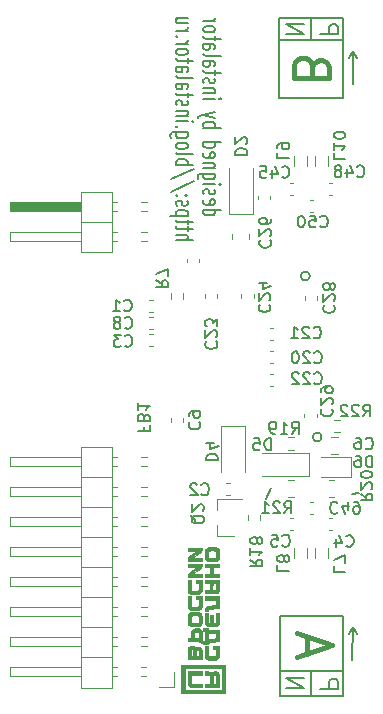
<source format=gbr>
%TF.GenerationSoftware,KiCad,Pcbnew,(5.1.9)-1*%
%TF.CreationDate,2021-06-18T11:47:15+07:00*%
%TF.ProjectId,A2B,4132422e-6b69-4636-9164-5f7063625858,2*%
%TF.SameCoordinates,Original*%
%TF.FileFunction,Legend,Bot*%
%TF.FilePolarity,Positive*%
%FSLAX46Y46*%
G04 Gerber Fmt 4.6, Leading zero omitted, Abs format (unit mm)*
G04 Created by KiCad (PCBNEW (5.1.9)-1) date 2021-06-18 11:47:15*
%MOMM*%
%LPD*%
G01*
G04 APERTURE LIST*
%ADD10C,0.150000*%
%ADD11C,0.200000*%
%ADD12C,0.400000*%
%ADD13C,0.120000*%
%ADD14C,0.152400*%
%ADD15C,0.010000*%
G04 APERTURE END LIST*
D10*
X131635500Y-89293700D02*
X131648200Y-86525100D01*
X131648200Y-86525100D02*
X131305300Y-87109300D01*
X131648200Y-86537800D02*
X131991100Y-87109300D01*
X131686300Y-37820600D02*
X132029200Y-38392100D01*
X131686300Y-37807900D02*
X131343400Y-38392100D01*
X131673600Y-40576500D02*
X131686300Y-37807900D01*
X128143000Y-36830000D02*
X128143000Y-34988500D01*
X125412500Y-36830000D02*
X130810000Y-36830000D01*
X128143000Y-90233500D02*
X128143000Y-92329000D01*
X125476000Y-90233500D02*
X130873500Y-90233500D01*
X125412500Y-34988500D02*
X130810000Y-34988500D01*
X125412500Y-41783000D02*
X125412500Y-34988500D01*
X130810000Y-41783000D02*
X125412500Y-41783000D01*
X130810000Y-34988500D02*
X130810000Y-41783000D01*
X130873500Y-92392500D02*
X125476000Y-92392500D01*
X130873500Y-85598000D02*
X130873500Y-92392500D01*
X125476000Y-85598000D02*
X130873500Y-85598000D01*
X125476000Y-92392500D02*
X125476000Y-85598000D01*
D11*
X126003928Y-36306071D02*
X127503928Y-36306071D01*
X126003928Y-35448928D01*
X127503928Y-35448928D01*
X128924928Y-36333857D02*
X130424928Y-36333857D01*
X130424928Y-35762428D01*
X130353500Y-35619571D01*
X130282071Y-35548142D01*
X130139214Y-35476714D01*
X129924928Y-35476714D01*
X129782071Y-35548142D01*
X129710642Y-35619571D01*
X129639214Y-35762428D01*
X129639214Y-36333857D01*
X126003928Y-91741571D02*
X127503928Y-91741571D01*
X126003928Y-90884428D01*
X127503928Y-90884428D01*
X128924928Y-91769357D02*
X130424928Y-91769357D01*
X130424928Y-91197928D01*
X130353500Y-91055071D01*
X130282071Y-90983642D01*
X130139214Y-90912214D01*
X129924928Y-90912214D01*
X129782071Y-90983642D01*
X129710642Y-91055071D01*
X129639214Y-91197928D01*
X129639214Y-91769357D01*
D12*
X127770000Y-88788785D02*
X127770000Y-87360214D01*
X126912857Y-89074500D02*
X129912857Y-88074500D01*
X126912857Y-87074500D01*
X128230285Y-39092214D02*
X128087428Y-38663642D01*
X127944571Y-38520785D01*
X127658857Y-38377928D01*
X127230285Y-38377928D01*
X126944571Y-38520785D01*
X126801714Y-38663642D01*
X126658857Y-38949357D01*
X126658857Y-40092214D01*
X129658857Y-40092214D01*
X129658857Y-39092214D01*
X129516000Y-38806500D01*
X129373142Y-38663642D01*
X129087428Y-38520785D01*
X128801714Y-38520785D01*
X128516000Y-38663642D01*
X128373142Y-38806500D01*
X128230285Y-39092214D01*
X128230285Y-40092214D01*
D10*
X116669428Y-53767452D02*
X118169428Y-53767452D01*
X116669428Y-53338880D02*
X117455142Y-53338880D01*
X117598000Y-53386500D01*
X117669428Y-53481738D01*
X117669428Y-53624595D01*
X117598000Y-53719833D01*
X117526571Y-53767452D01*
X117669428Y-53005547D02*
X117669428Y-52624595D01*
X118169428Y-52862690D02*
X116883714Y-52862690D01*
X116740857Y-52815071D01*
X116669428Y-52719833D01*
X116669428Y-52624595D01*
X117669428Y-52434119D02*
X117669428Y-52053166D01*
X118169428Y-52291261D02*
X116883714Y-52291261D01*
X116740857Y-52243642D01*
X116669428Y-52148404D01*
X116669428Y-52053166D01*
X117669428Y-51719833D02*
X116169428Y-51719833D01*
X117598000Y-51719833D02*
X117669428Y-51624595D01*
X117669428Y-51434119D01*
X117598000Y-51338880D01*
X117526571Y-51291261D01*
X117383714Y-51243642D01*
X116955142Y-51243642D01*
X116812285Y-51291261D01*
X116740857Y-51338880D01*
X116669428Y-51434119D01*
X116669428Y-51624595D01*
X116740857Y-51719833D01*
X116740857Y-50862690D02*
X116669428Y-50767452D01*
X116669428Y-50576976D01*
X116740857Y-50481738D01*
X116883714Y-50434119D01*
X116955142Y-50434119D01*
X117098000Y-50481738D01*
X117169428Y-50576976D01*
X117169428Y-50719833D01*
X117240857Y-50815071D01*
X117383714Y-50862690D01*
X117455142Y-50862690D01*
X117598000Y-50815071D01*
X117669428Y-50719833D01*
X117669428Y-50576976D01*
X117598000Y-50481738D01*
X116812285Y-50005547D02*
X116740857Y-49957928D01*
X116669428Y-50005547D01*
X116740857Y-50053166D01*
X116812285Y-50005547D01*
X116669428Y-50005547D01*
X117598000Y-50005547D02*
X117526571Y-49957928D01*
X117455142Y-50005547D01*
X117526571Y-50053166D01*
X117598000Y-50005547D01*
X117455142Y-50005547D01*
X118240857Y-48815071D02*
X116312285Y-49672214D01*
X118240857Y-47767452D02*
X116312285Y-48624595D01*
X116669428Y-47434119D02*
X118169428Y-47434119D01*
X117598000Y-47434119D02*
X117669428Y-47338880D01*
X117669428Y-47148404D01*
X117598000Y-47053166D01*
X117526571Y-47005547D01*
X117383714Y-46957928D01*
X116955142Y-46957928D01*
X116812285Y-47005547D01*
X116740857Y-47053166D01*
X116669428Y-47148404D01*
X116669428Y-47338880D01*
X116740857Y-47434119D01*
X116669428Y-46386500D02*
X116740857Y-46481738D01*
X116883714Y-46529357D01*
X118169428Y-46529357D01*
X116669428Y-45862690D02*
X116740857Y-45957928D01*
X116812285Y-46005547D01*
X116955142Y-46053166D01*
X117383714Y-46053166D01*
X117526571Y-46005547D01*
X117598000Y-45957928D01*
X117669428Y-45862690D01*
X117669428Y-45719833D01*
X117598000Y-45624595D01*
X117526571Y-45576976D01*
X117383714Y-45529357D01*
X116955142Y-45529357D01*
X116812285Y-45576976D01*
X116740857Y-45624595D01*
X116669428Y-45719833D01*
X116669428Y-45862690D01*
X117669428Y-44672214D02*
X116455142Y-44672214D01*
X116312285Y-44719833D01*
X116240857Y-44767452D01*
X116169428Y-44862690D01*
X116169428Y-45005547D01*
X116240857Y-45100785D01*
X116740857Y-44672214D02*
X116669428Y-44767452D01*
X116669428Y-44957928D01*
X116740857Y-45053166D01*
X116812285Y-45100785D01*
X116955142Y-45148404D01*
X117383714Y-45148404D01*
X117526571Y-45100785D01*
X117598000Y-45053166D01*
X117669428Y-44957928D01*
X117669428Y-44767452D01*
X117598000Y-44672214D01*
X116812285Y-44196023D02*
X116740857Y-44148404D01*
X116669428Y-44196023D01*
X116740857Y-44243642D01*
X116812285Y-44196023D01*
X116669428Y-44196023D01*
X116669428Y-43719833D02*
X117669428Y-43719833D01*
X118169428Y-43719833D02*
X118098000Y-43767452D01*
X118026571Y-43719833D01*
X118098000Y-43672214D01*
X118169428Y-43719833D01*
X118026571Y-43719833D01*
X117669428Y-43243642D02*
X116669428Y-43243642D01*
X117526571Y-43243642D02*
X117598000Y-43196023D01*
X117669428Y-43100785D01*
X117669428Y-42957928D01*
X117598000Y-42862690D01*
X117455142Y-42815071D01*
X116669428Y-42815071D01*
X116740857Y-42386500D02*
X116669428Y-42291261D01*
X116669428Y-42100785D01*
X116740857Y-42005547D01*
X116883714Y-41957928D01*
X116955142Y-41957928D01*
X117098000Y-42005547D01*
X117169428Y-42100785D01*
X117169428Y-42243642D01*
X117240857Y-42338880D01*
X117383714Y-42386500D01*
X117455142Y-42386500D01*
X117598000Y-42338880D01*
X117669428Y-42243642D01*
X117669428Y-42100785D01*
X117598000Y-42005547D01*
X117669428Y-41672214D02*
X117669428Y-41291261D01*
X118169428Y-41529357D02*
X116883714Y-41529357D01*
X116740857Y-41481738D01*
X116669428Y-41386500D01*
X116669428Y-41291261D01*
X116669428Y-40529357D02*
X117455142Y-40529357D01*
X117598000Y-40576976D01*
X117669428Y-40672214D01*
X117669428Y-40862690D01*
X117598000Y-40957928D01*
X116740857Y-40529357D02*
X116669428Y-40624595D01*
X116669428Y-40862690D01*
X116740857Y-40957928D01*
X116883714Y-41005547D01*
X117026571Y-41005547D01*
X117169428Y-40957928D01*
X117240857Y-40862690D01*
X117240857Y-40624595D01*
X117312285Y-40529357D01*
X116669428Y-39910309D02*
X116740857Y-40005547D01*
X116883714Y-40053166D01*
X118169428Y-40053166D01*
X116669428Y-39100785D02*
X117455142Y-39100785D01*
X117598000Y-39148404D01*
X117669428Y-39243642D01*
X117669428Y-39434119D01*
X117598000Y-39529357D01*
X116740857Y-39100785D02*
X116669428Y-39196023D01*
X116669428Y-39434119D01*
X116740857Y-39529357D01*
X116883714Y-39576976D01*
X117026571Y-39576976D01*
X117169428Y-39529357D01*
X117240857Y-39434119D01*
X117240857Y-39196023D01*
X117312285Y-39100785D01*
X117669428Y-38767452D02*
X117669428Y-38386500D01*
X118169428Y-38624595D02*
X116883714Y-38624595D01*
X116740857Y-38576976D01*
X116669428Y-38481738D01*
X116669428Y-38386500D01*
X116669428Y-37910309D02*
X116740857Y-38005547D01*
X116812285Y-38053166D01*
X116955142Y-38100785D01*
X117383714Y-38100785D01*
X117526571Y-38053166D01*
X117598000Y-38005547D01*
X117669428Y-37910309D01*
X117669428Y-37767452D01*
X117598000Y-37672214D01*
X117526571Y-37624595D01*
X117383714Y-37576976D01*
X116955142Y-37576976D01*
X116812285Y-37624595D01*
X116740857Y-37672214D01*
X116669428Y-37767452D01*
X116669428Y-37910309D01*
X116669428Y-37148404D02*
X117669428Y-37148404D01*
X117383714Y-37148404D02*
X117526571Y-37100785D01*
X117598000Y-37053166D01*
X117669428Y-36957928D01*
X117669428Y-36862690D01*
X116812285Y-36529357D02*
X116740857Y-36481738D01*
X116669428Y-36529357D01*
X116740857Y-36576976D01*
X116812285Y-36529357D01*
X116669428Y-36529357D01*
X116669428Y-36053166D02*
X117669428Y-36053166D01*
X117383714Y-36053166D02*
X117526571Y-36005547D01*
X117598000Y-35957928D01*
X117669428Y-35862690D01*
X117669428Y-35767452D01*
X117669428Y-35005547D02*
X116669428Y-35005547D01*
X117669428Y-35434119D02*
X116883714Y-35434119D01*
X116740857Y-35386500D01*
X116669428Y-35291261D01*
X116669428Y-35148404D01*
X116740857Y-35053166D01*
X116812285Y-35005547D01*
X119018928Y-51203833D02*
X120518928Y-51203833D01*
X119090357Y-51203833D02*
X119018928Y-51299071D01*
X119018928Y-51489547D01*
X119090357Y-51584785D01*
X119161785Y-51632404D01*
X119304642Y-51680023D01*
X119733214Y-51680023D01*
X119876071Y-51632404D01*
X119947500Y-51584785D01*
X120018928Y-51489547D01*
X120018928Y-51299071D01*
X119947500Y-51203833D01*
X119090357Y-50346690D02*
X119018928Y-50441928D01*
X119018928Y-50632404D01*
X119090357Y-50727642D01*
X119233214Y-50775261D01*
X119804642Y-50775261D01*
X119947500Y-50727642D01*
X120018928Y-50632404D01*
X120018928Y-50441928D01*
X119947500Y-50346690D01*
X119804642Y-50299071D01*
X119661785Y-50299071D01*
X119518928Y-50775261D01*
X119090357Y-49918119D02*
X119018928Y-49822880D01*
X119018928Y-49632404D01*
X119090357Y-49537166D01*
X119233214Y-49489547D01*
X119304642Y-49489547D01*
X119447500Y-49537166D01*
X119518928Y-49632404D01*
X119518928Y-49775261D01*
X119590357Y-49870500D01*
X119733214Y-49918119D01*
X119804642Y-49918119D01*
X119947500Y-49870500D01*
X120018928Y-49775261D01*
X120018928Y-49632404D01*
X119947500Y-49537166D01*
X119018928Y-49060976D02*
X120018928Y-49060976D01*
X120518928Y-49060976D02*
X120447500Y-49108595D01*
X120376071Y-49060976D01*
X120447500Y-49013357D01*
X120518928Y-49060976D01*
X120376071Y-49060976D01*
X120018928Y-48156214D02*
X118804642Y-48156214D01*
X118661785Y-48203833D01*
X118590357Y-48251452D01*
X118518928Y-48346690D01*
X118518928Y-48489547D01*
X118590357Y-48584785D01*
X119090357Y-48156214D02*
X119018928Y-48251452D01*
X119018928Y-48441928D01*
X119090357Y-48537166D01*
X119161785Y-48584785D01*
X119304642Y-48632404D01*
X119733214Y-48632404D01*
X119876071Y-48584785D01*
X119947500Y-48537166D01*
X120018928Y-48441928D01*
X120018928Y-48251452D01*
X119947500Y-48156214D01*
X120018928Y-47680023D02*
X119018928Y-47680023D01*
X119876071Y-47680023D02*
X119947500Y-47632404D01*
X120018928Y-47537166D01*
X120018928Y-47394309D01*
X119947500Y-47299071D01*
X119804642Y-47251452D01*
X119018928Y-47251452D01*
X119090357Y-46394309D02*
X119018928Y-46489547D01*
X119018928Y-46680023D01*
X119090357Y-46775261D01*
X119233214Y-46822880D01*
X119804642Y-46822880D01*
X119947500Y-46775261D01*
X120018928Y-46680023D01*
X120018928Y-46489547D01*
X119947500Y-46394309D01*
X119804642Y-46346690D01*
X119661785Y-46346690D01*
X119518928Y-46822880D01*
X119018928Y-45489547D02*
X120518928Y-45489547D01*
X119090357Y-45489547D02*
X119018928Y-45584785D01*
X119018928Y-45775261D01*
X119090357Y-45870500D01*
X119161785Y-45918119D01*
X119304642Y-45965738D01*
X119733214Y-45965738D01*
X119876071Y-45918119D01*
X119947500Y-45870500D01*
X120018928Y-45775261D01*
X120018928Y-45584785D01*
X119947500Y-45489547D01*
X119018928Y-44251452D02*
X120518928Y-44251452D01*
X119947500Y-44251452D02*
X120018928Y-44156214D01*
X120018928Y-43965738D01*
X119947500Y-43870500D01*
X119876071Y-43822880D01*
X119733214Y-43775261D01*
X119304642Y-43775261D01*
X119161785Y-43822880D01*
X119090357Y-43870500D01*
X119018928Y-43965738D01*
X119018928Y-44156214D01*
X119090357Y-44251452D01*
X120018928Y-43441928D02*
X119018928Y-43203833D01*
X120018928Y-42965738D02*
X119018928Y-43203833D01*
X118661785Y-43299071D01*
X118590357Y-43346690D01*
X118518928Y-43441928D01*
X119018928Y-41822880D02*
X120018928Y-41822880D01*
X120518928Y-41822880D02*
X120447500Y-41870500D01*
X120376071Y-41822880D01*
X120447500Y-41775261D01*
X120518928Y-41822880D01*
X120376071Y-41822880D01*
X120018928Y-41346690D02*
X119018928Y-41346690D01*
X119876071Y-41346690D02*
X119947500Y-41299071D01*
X120018928Y-41203833D01*
X120018928Y-41060976D01*
X119947500Y-40965738D01*
X119804642Y-40918119D01*
X119018928Y-40918119D01*
X119090357Y-40489547D02*
X119018928Y-40394309D01*
X119018928Y-40203833D01*
X119090357Y-40108595D01*
X119233214Y-40060976D01*
X119304642Y-40060976D01*
X119447500Y-40108595D01*
X119518928Y-40203833D01*
X119518928Y-40346690D01*
X119590357Y-40441928D01*
X119733214Y-40489547D01*
X119804642Y-40489547D01*
X119947500Y-40441928D01*
X120018928Y-40346690D01*
X120018928Y-40203833D01*
X119947500Y-40108595D01*
X120018928Y-39775261D02*
X120018928Y-39394309D01*
X120518928Y-39632404D02*
X119233214Y-39632404D01*
X119090357Y-39584785D01*
X119018928Y-39489547D01*
X119018928Y-39394309D01*
X119018928Y-38632404D02*
X119804642Y-38632404D01*
X119947500Y-38680023D01*
X120018928Y-38775261D01*
X120018928Y-38965738D01*
X119947500Y-39060976D01*
X119090357Y-38632404D02*
X119018928Y-38727642D01*
X119018928Y-38965738D01*
X119090357Y-39060976D01*
X119233214Y-39108595D01*
X119376071Y-39108595D01*
X119518928Y-39060976D01*
X119590357Y-38965738D01*
X119590357Y-38727642D01*
X119661785Y-38632404D01*
X119018928Y-38013357D02*
X119090357Y-38108595D01*
X119233214Y-38156214D01*
X120518928Y-38156214D01*
X119018928Y-37203833D02*
X119804642Y-37203833D01*
X119947500Y-37251452D01*
X120018928Y-37346690D01*
X120018928Y-37537166D01*
X119947500Y-37632404D01*
X119090357Y-37203833D02*
X119018928Y-37299071D01*
X119018928Y-37537166D01*
X119090357Y-37632404D01*
X119233214Y-37680023D01*
X119376071Y-37680023D01*
X119518928Y-37632404D01*
X119590357Y-37537166D01*
X119590357Y-37299071D01*
X119661785Y-37203833D01*
X120018928Y-36870500D02*
X120018928Y-36489547D01*
X120518928Y-36727642D02*
X119233214Y-36727642D01*
X119090357Y-36680023D01*
X119018928Y-36584785D01*
X119018928Y-36489547D01*
X119018928Y-36013357D02*
X119090357Y-36108595D01*
X119161785Y-36156214D01*
X119304642Y-36203833D01*
X119733214Y-36203833D01*
X119876071Y-36156214D01*
X119947500Y-36108595D01*
X120018928Y-36013357D01*
X120018928Y-35870500D01*
X119947500Y-35775261D01*
X119876071Y-35727642D01*
X119733214Y-35680023D01*
X119304642Y-35680023D01*
X119161785Y-35727642D01*
X119090357Y-35775261D01*
X119018928Y-35870500D01*
X119018928Y-36013357D01*
X119018928Y-35251452D02*
X120018928Y-35251452D01*
X119733214Y-35251452D02*
X119876071Y-35203833D01*
X119947500Y-35156214D01*
X120018928Y-35060976D01*
X120018928Y-34965738D01*
X124333000Y-75692000D02*
X124777500Y-74803000D01*
X131635500Y-75247500D02*
X132207000Y-75184000D01*
D13*
%TO.C,D3*%
X116535200Y-91605100D02*
X115265200Y-91605100D01*
X116535200Y-90335100D02*
X116535200Y-91605100D01*
X111285200Y-49695100D02*
X108625200Y-49695100D01*
X111285200Y-52235100D02*
X108625200Y-52235100D01*
X114222271Y-50585100D02*
X113768129Y-50585100D01*
X114222271Y-51345100D02*
X113768129Y-51345100D01*
X111682271Y-50585100D02*
X111285200Y-50585100D01*
X111682271Y-51345100D02*
X111285200Y-51345100D01*
X102625200Y-50585100D02*
X108625200Y-50585100D01*
X102625200Y-51345100D02*
X102625200Y-50585100D01*
X108625200Y-51345100D02*
X102625200Y-51345100D01*
X111285200Y-54775100D02*
X108625200Y-54775100D01*
X114222271Y-53125100D02*
X113768129Y-53125100D01*
X114222271Y-53885100D02*
X113768129Y-53885100D01*
X111682271Y-53125100D02*
X111285200Y-53125100D01*
X111682271Y-53885100D02*
X111285200Y-53885100D01*
X102625200Y-53125100D02*
X108625200Y-53125100D01*
X102625200Y-53885100D02*
X102625200Y-53125100D01*
X108625200Y-53885100D02*
X102625200Y-53885100D01*
X111285200Y-71285100D02*
X108625200Y-71285100D01*
X114222271Y-72175100D02*
X113768129Y-72175100D01*
X114222271Y-72935100D02*
X113768129Y-72935100D01*
X111682271Y-72175100D02*
X111285200Y-72175100D01*
X111682271Y-72935100D02*
X111285200Y-72935100D01*
X102625200Y-72175100D02*
X108625200Y-72175100D01*
X102625200Y-72935100D02*
X102625200Y-72175100D01*
X108625200Y-72935100D02*
X102625200Y-72935100D01*
X111285200Y-73825100D02*
X108625200Y-73825100D01*
X114222271Y-74715100D02*
X113768129Y-74715100D01*
X114222271Y-75475100D02*
X113768129Y-75475100D01*
X111682271Y-74715100D02*
X111285200Y-74715100D01*
X111682271Y-75475100D02*
X111285200Y-75475100D01*
X102625200Y-74715100D02*
X108625200Y-74715100D01*
X102625200Y-75475100D02*
X102625200Y-74715100D01*
X108625200Y-75475100D02*
X102625200Y-75475100D01*
X111285200Y-76365100D02*
X108625200Y-76365100D01*
X114222271Y-77255100D02*
X113768129Y-77255100D01*
X114222271Y-78015100D02*
X113768129Y-78015100D01*
X111682271Y-77255100D02*
X111285200Y-77255100D01*
X111682271Y-78015100D02*
X111285200Y-78015100D01*
X102625200Y-77255100D02*
X108625200Y-77255100D01*
X102625200Y-78015100D02*
X102625200Y-77255100D01*
X108625200Y-78015100D02*
X102625200Y-78015100D01*
X111285200Y-78905100D02*
X108625200Y-78905100D01*
X114222271Y-79795100D02*
X113768129Y-79795100D01*
X114222271Y-80555100D02*
X113768129Y-80555100D01*
X111682271Y-79795100D02*
X111285200Y-79795100D01*
X111682271Y-80555100D02*
X111285200Y-80555100D01*
X102625200Y-79795100D02*
X108625200Y-79795100D01*
X102625200Y-80555100D02*
X102625200Y-79795100D01*
X108625200Y-80555100D02*
X102625200Y-80555100D01*
X111285200Y-81445100D02*
X108625200Y-81445100D01*
X114222271Y-82335100D02*
X113768129Y-82335100D01*
X114222271Y-83095100D02*
X113768129Y-83095100D01*
X111682271Y-82335100D02*
X111285200Y-82335100D01*
X111682271Y-83095100D02*
X111285200Y-83095100D01*
X102625200Y-82335100D02*
X108625200Y-82335100D01*
X102625200Y-83095100D02*
X102625200Y-82335100D01*
X108625200Y-83095100D02*
X102625200Y-83095100D01*
X111285200Y-83985100D02*
X108625200Y-83985100D01*
X114222271Y-84875100D02*
X113768129Y-84875100D01*
X114222271Y-85635100D02*
X113768129Y-85635100D01*
X111682271Y-84875100D02*
X111285200Y-84875100D01*
X111682271Y-85635100D02*
X111285200Y-85635100D01*
X102625200Y-84875100D02*
X108625200Y-84875100D01*
X102625200Y-85635100D02*
X102625200Y-84875100D01*
X108625200Y-85635100D02*
X102625200Y-85635100D01*
X111285200Y-86525100D02*
X108625200Y-86525100D01*
X114222271Y-87415100D02*
X113768129Y-87415100D01*
X114222271Y-88175100D02*
X113768129Y-88175100D01*
X111682271Y-87415100D02*
X111285200Y-87415100D01*
X111682271Y-88175100D02*
X111285200Y-88175100D01*
X102625200Y-87415100D02*
X108625200Y-87415100D01*
X102625200Y-88175100D02*
X102625200Y-87415100D01*
X108625200Y-88175100D02*
X102625200Y-88175100D01*
X111285200Y-89065100D02*
X108625200Y-89065100D01*
X114155200Y-89955100D02*
X113768129Y-89955100D01*
X114155200Y-90715100D02*
X113768129Y-90715100D01*
X111682271Y-89955100D02*
X111285200Y-89955100D01*
X111682271Y-90715100D02*
X111285200Y-90715100D01*
X108625200Y-90655100D02*
X102625200Y-90655100D01*
X102625200Y-89955100D02*
X108625200Y-89955100D01*
X102625200Y-90715100D02*
X102625200Y-89955100D01*
X108625200Y-90715100D02*
X102625200Y-90715100D01*
X108625200Y-91665100D02*
X111285200Y-91665100D01*
X108625200Y-71285100D02*
X108625200Y-91665100D01*
X111285200Y-91665100D02*
X111285200Y-71285100D01*
X108625200Y-49695100D02*
X108625200Y-54775100D01*
X111285200Y-54775100D02*
X111285200Y-49695100D01*
X102692200Y-50711100D02*
X108534200Y-50711100D01*
X108534200Y-50711100D02*
X108534200Y-50838100D01*
X108534200Y-50838100D02*
X102692200Y-50838100D01*
X102692200Y-50838100D02*
X102692200Y-50965100D01*
X102692200Y-50965100D02*
X108534200Y-50965100D01*
X108534200Y-50965100D02*
X108534200Y-51092100D01*
X108534200Y-51092100D02*
X102692200Y-51092100D01*
X102692200Y-51092100D02*
X102692200Y-51219100D01*
X102692200Y-51219100D02*
X108534200Y-51219100D01*
X102692200Y-50774600D02*
X108534200Y-50774600D01*
X108534200Y-50774600D02*
X108534200Y-51155600D01*
X108534200Y-51155600D02*
X102755700Y-51155600D01*
X102755700Y-51155600D02*
X102692200Y-51028600D01*
X102692200Y-51028600D02*
X108534200Y-51028600D01*
X108534200Y-51028600D02*
X108534200Y-50901600D01*
X108534200Y-50901600D02*
X102692200Y-50901600D01*
X102692200Y-50901600D02*
X102692200Y-50647600D01*
X102692200Y-50647600D02*
X108597700Y-50647600D01*
X108597700Y-50647600D02*
X108534200Y-51282600D01*
X108534200Y-51282600D02*
X102692200Y-51282600D01*
%TO.C,C1*%
X114430920Y-59855500D02*
X114712080Y-59855500D01*
X114430920Y-58835500D02*
X114712080Y-58835500D01*
%TO.C,C3*%
X114430920Y-62776500D02*
X114712080Y-62776500D01*
X114430920Y-61756500D02*
X114712080Y-61756500D01*
%TO.C,C8*%
X114430920Y-61316000D02*
X114712080Y-61316000D01*
X114430920Y-60296000D02*
X114712080Y-60296000D01*
%TO.C,C9*%
X116266500Y-69165080D02*
X116266500Y-68883920D01*
X117286500Y-69165080D02*
X117286500Y-68883920D01*
%TO.C,C20*%
X124918080Y-63180500D02*
X124636920Y-63180500D01*
X124918080Y-64200500D02*
X124636920Y-64200500D01*
%TO.C,C21*%
X124654420Y-62232000D02*
X124935580Y-62232000D01*
X124654420Y-61212000D02*
X124935580Y-61212000D01*
%TO.C,C22*%
X124935580Y-65085500D02*
X124654420Y-65085500D01*
X124935580Y-66105500D02*
X124654420Y-66105500D01*
%TO.C,C23*%
X119141500Y-58379420D02*
X119141500Y-58660580D01*
X120161500Y-58379420D02*
X120161500Y-58660580D01*
%TO.C,C24*%
X122235500Y-58379420D02*
X122235500Y-58660580D01*
X123255500Y-58379420D02*
X123255500Y-58660580D01*
%TO.C,C26*%
X123661000Y-50033920D02*
X123661000Y-50315080D01*
X124681000Y-50033920D02*
X124681000Y-50315080D01*
%TO.C,C27*%
X118637500Y-55676080D02*
X118637500Y-55394920D01*
X117617500Y-55676080D02*
X117617500Y-55394920D01*
%TO.C,C28*%
X128653000Y-58533420D02*
X128653000Y-58814580D01*
X127633000Y-58533420D02*
X127633000Y-58814580D01*
%TO.C,C29*%
X127569500Y-68784080D02*
X127569500Y-68502920D01*
X128589500Y-68784080D02*
X128589500Y-68502920D01*
%TO.C,C45*%
X126351420Y-49997000D02*
X126632580Y-49997000D01*
X126351420Y-48977000D02*
X126632580Y-48977000D01*
%TO.C,C48*%
X129934580Y-49997000D02*
X129653420Y-49997000D01*
X129934580Y-48977000D02*
X129653420Y-48977000D01*
%TO.C,C49*%
X128002420Y-76964000D02*
X128283580Y-76964000D01*
X128002420Y-75944000D02*
X128283580Y-75944000D01*
%TO.C,C50*%
X128283580Y-50374000D02*
X128002420Y-50374000D01*
X128283580Y-51394000D02*
X128002420Y-51394000D01*
%TO.C,D2*%
X123202500Y-51599000D02*
X121202500Y-51599000D01*
X121202500Y-51599000D02*
X121202500Y-47699000D01*
X123202500Y-51599000D02*
X123202500Y-47699000D01*
%TO.C,L7*%
X128472000Y-80663622D02*
X128472000Y-79864378D01*
X129592000Y-80663622D02*
X129592000Y-79864378D01*
%TO.C,L8*%
X126694000Y-79864378D02*
X126694000Y-80663622D01*
X127814000Y-79864378D02*
X127814000Y-80663622D01*
%TO.C,L9*%
X126694000Y-46674378D02*
X126694000Y-47473622D01*
X127814000Y-46674378D02*
X127814000Y-47473622D01*
%TO.C,L10*%
X128472000Y-47473622D02*
X128472000Y-46674378D01*
X129592000Y-47473622D02*
X129592000Y-46674378D01*
%TO.C,R7*%
X117316500Y-58757258D02*
X117316500Y-58282742D01*
X116271500Y-58757258D02*
X116271500Y-58282742D01*
%TO.C,R12*%
X121439000Y-53239936D02*
X121439000Y-53694064D01*
X122909000Y-53239936D02*
X122909000Y-53694064D01*
D14*
%TO.C,L5*%
X129024000Y-70459600D02*
G75*
G03*
X129024000Y-70459600I-381000J0D01*
G01*
%TO.C,L6*%
X128024000Y-56827600D02*
G75*
G03*
X128024000Y-56827600I-381000J0D01*
G01*
D13*
%TO.C,C2*%
X121235080Y-75376500D02*
X120953920Y-75376500D01*
X121235080Y-74356500D02*
X120953920Y-74356500D01*
%TO.C,C4*%
X129934580Y-77341000D02*
X129653420Y-77341000D01*
X129934580Y-78361000D02*
X129653420Y-78361000D01*
%TO.C,C5*%
X126351420Y-77341000D02*
X126632580Y-77341000D01*
X126351420Y-78361000D02*
X126632580Y-78361000D01*
%TO.C,C6*%
X129850248Y-70448500D02*
X130372752Y-70448500D01*
X129850248Y-71918500D02*
X130372752Y-71918500D01*
%TO.C,D6*%
X131548000Y-72175000D02*
X131548000Y-73875000D01*
X131548000Y-73875000D02*
X128998000Y-73875000D01*
X131548000Y-72175000D02*
X128998000Y-72175000D01*
%TO.C,Q2*%
X120144000Y-78859500D02*
X121604000Y-78859500D01*
X120144000Y-75699500D02*
X122304000Y-75699500D01*
X120144000Y-75699500D02*
X120144000Y-76629500D01*
X120144000Y-78859500D02*
X120144000Y-77929500D01*
%TO.C,R18*%
X122794500Y-77042242D02*
X122794500Y-77516758D01*
X123839500Y-77042242D02*
X123839500Y-77516758D01*
%TO.C,R19*%
X126665758Y-71515500D02*
X126191242Y-71515500D01*
X126665758Y-70470500D02*
X126191242Y-70470500D01*
%TO.C,R20*%
X129630436Y-75538000D02*
X130084564Y-75538000D01*
X129630436Y-74068000D02*
X130084564Y-74068000D01*
%TO.C,R21*%
X126201436Y-74068000D02*
X126655564Y-74068000D01*
X126201436Y-75538000D02*
X126655564Y-75538000D01*
%TO.C,R22*%
X130064742Y-69010000D02*
X130539258Y-69010000D01*
X130064742Y-70055000D02*
X130539258Y-70055000D01*
%TO.C,D4*%
X120539000Y-69505000D02*
X122539000Y-69505000D01*
X122539000Y-69505000D02*
X122539000Y-73405000D01*
X120539000Y-69505000D02*
X120539000Y-73405000D01*
%TO.C,D5*%
X127916500Y-71771000D02*
X124016500Y-71771000D01*
X127916500Y-73771000D02*
X124016500Y-73771000D01*
X127916500Y-71771000D02*
X127916500Y-73771000D01*
D15*
%TO.C,J4*%
G36*
X120325484Y-91085865D02*
G01*
X120324884Y-90968425D01*
X120324309Y-90868866D01*
X120323692Y-90785532D01*
X120322962Y-90716766D01*
X120322051Y-90660911D01*
X120320890Y-90616310D01*
X120319411Y-90581307D01*
X120317543Y-90554245D01*
X120315220Y-90533466D01*
X120312370Y-90517316D01*
X120308926Y-90504135D01*
X120304819Y-90492268D01*
X120300325Y-90480913D01*
X120263968Y-90415052D01*
X120213735Y-90362916D01*
X120149727Y-90324577D01*
X120072049Y-90300110D01*
X120041080Y-90294757D01*
X119962923Y-90290554D01*
X119887738Y-90299224D01*
X119818985Y-90319638D01*
X119760124Y-90350669D01*
X119714613Y-90391188D01*
X119704433Y-90404513D01*
X119687985Y-90427016D01*
X119676088Y-90440961D01*
X119673077Y-90443141D01*
X119665902Y-90435608D01*
X119653721Y-90416292D01*
X119648654Y-90407180D01*
X119616288Y-90366042D01*
X119570244Y-90333590D01*
X119527688Y-90316695D01*
X119506558Y-90313509D01*
X119469816Y-90310749D01*
X119421385Y-90308595D01*
X119365192Y-90307230D01*
X119314058Y-90306823D01*
X119135769Y-90306769D01*
X119135769Y-90570538D01*
X119250558Y-90570735D01*
X119336347Y-90572406D01*
X119404239Y-90577242D01*
X119455652Y-90585463D01*
X119492005Y-90597288D01*
X119513399Y-90611573D01*
X119524253Y-90625033D01*
X119533147Y-90642880D01*
X119540262Y-90667006D01*
X119545781Y-90699300D01*
X119549888Y-90741655D01*
X119552765Y-90795961D01*
X119554596Y-90864108D01*
X119555561Y-90947987D01*
X119555846Y-91049489D01*
X119555846Y-91361846D01*
X119135769Y-91361846D01*
X119135769Y-91635384D01*
X119809846Y-91635384D01*
X119809846Y-91361846D01*
X119809846Y-91014724D01*
X119809993Y-90918260D01*
X119810478Y-90839464D01*
X119811369Y-90776468D01*
X119812735Y-90727402D01*
X119814643Y-90690398D01*
X119817162Y-90663588D01*
X119820359Y-90645103D01*
X119823684Y-90634484D01*
X119848166Y-90598603D01*
X119883581Y-90574927D01*
X119925399Y-90563717D01*
X119969092Y-90565234D01*
X120010130Y-90579738D01*
X120043984Y-90607489D01*
X120053826Y-90621239D01*
X120058989Y-90630512D01*
X120063164Y-90641031D01*
X120066455Y-90654846D01*
X120068969Y-90674009D01*
X120070809Y-90700571D01*
X120072081Y-90736583D01*
X120072889Y-90784096D01*
X120073338Y-90845162D01*
X120073533Y-90921832D01*
X120073579Y-91007711D01*
X120073615Y-91361846D01*
X119809846Y-91361846D01*
X119809846Y-91635384D01*
X120328237Y-91635384D01*
X120325484Y-91085865D01*
G37*
X120325484Y-91085865D02*
X120324884Y-90968425D01*
X120324309Y-90868866D01*
X120323692Y-90785532D01*
X120322962Y-90716766D01*
X120322051Y-90660911D01*
X120320890Y-90616310D01*
X120319411Y-90581307D01*
X120317543Y-90554245D01*
X120315220Y-90533466D01*
X120312370Y-90517316D01*
X120308926Y-90504135D01*
X120304819Y-90492268D01*
X120300325Y-90480913D01*
X120263968Y-90415052D01*
X120213735Y-90362916D01*
X120149727Y-90324577D01*
X120072049Y-90300110D01*
X120041080Y-90294757D01*
X119962923Y-90290554D01*
X119887738Y-90299224D01*
X119818985Y-90319638D01*
X119760124Y-90350669D01*
X119714613Y-90391188D01*
X119704433Y-90404513D01*
X119687985Y-90427016D01*
X119676088Y-90440961D01*
X119673077Y-90443141D01*
X119665902Y-90435608D01*
X119653721Y-90416292D01*
X119648654Y-90407180D01*
X119616288Y-90366042D01*
X119570244Y-90333590D01*
X119527688Y-90316695D01*
X119506558Y-90313509D01*
X119469816Y-90310749D01*
X119421385Y-90308595D01*
X119365192Y-90307230D01*
X119314058Y-90306823D01*
X119135769Y-90306769D01*
X119135769Y-90570538D01*
X119250558Y-90570735D01*
X119336347Y-90572406D01*
X119404239Y-90577242D01*
X119455652Y-90585463D01*
X119492005Y-90597288D01*
X119513399Y-90611573D01*
X119524253Y-90625033D01*
X119533147Y-90642880D01*
X119540262Y-90667006D01*
X119545781Y-90699300D01*
X119549888Y-90741655D01*
X119552765Y-90795961D01*
X119554596Y-90864108D01*
X119555561Y-90947987D01*
X119555846Y-91049489D01*
X119555846Y-91361846D01*
X119135769Y-91361846D01*
X119135769Y-91635384D01*
X119809846Y-91635384D01*
X119809846Y-91361846D01*
X119809846Y-91014724D01*
X119809993Y-90918260D01*
X119810478Y-90839464D01*
X119811369Y-90776468D01*
X119812735Y-90727402D01*
X119814643Y-90690398D01*
X119817162Y-90663588D01*
X119820359Y-90645103D01*
X119823684Y-90634484D01*
X119848166Y-90598603D01*
X119883581Y-90574927D01*
X119925399Y-90563717D01*
X119969092Y-90565234D01*
X120010130Y-90579738D01*
X120043984Y-90607489D01*
X120053826Y-90621239D01*
X120058989Y-90630512D01*
X120063164Y-90641031D01*
X120066455Y-90654846D01*
X120068969Y-90674009D01*
X120070809Y-90700571D01*
X120072081Y-90736583D01*
X120072889Y-90784096D01*
X120073338Y-90845162D01*
X120073533Y-90921832D01*
X120073579Y-91007711D01*
X120073615Y-91361846D01*
X119809846Y-91361846D01*
X119809846Y-91635384D01*
X120328237Y-91635384D01*
X120325484Y-91085865D01*
G36*
X118463229Y-91361846D02*
G01*
X118363200Y-91361828D01*
X118280785Y-91361710D01*
X118214057Y-91361397D01*
X118161091Y-91360794D01*
X118119961Y-91359804D01*
X118088743Y-91358333D01*
X118065510Y-91356285D01*
X118048337Y-91353564D01*
X118035299Y-91350075D01*
X118024470Y-91345722D01*
X118013925Y-91340411D01*
X118012158Y-91339477D01*
X117970081Y-91307390D01*
X117949564Y-91278420D01*
X117944096Y-91267101D01*
X117939677Y-91254719D01*
X117936172Y-91239114D01*
X117933447Y-91218123D01*
X117931368Y-91189585D01*
X117929799Y-91151338D01*
X117928606Y-91101220D01*
X117927656Y-91037070D01*
X117926814Y-90956727D01*
X117926350Y-90905134D01*
X117923431Y-90570538D01*
X118872000Y-90570538D01*
X118872000Y-90306769D01*
X117670384Y-90306769D01*
X117671266Y-90783019D01*
X117671690Y-90908982D01*
X117672477Y-91016505D01*
X117673654Y-91106684D01*
X117675249Y-91180615D01*
X117677287Y-91239394D01*
X117679796Y-91284116D01*
X117682802Y-91315878D01*
X117684606Y-91327828D01*
X117707133Y-91412181D01*
X117741839Y-91481576D01*
X117789658Y-91537036D01*
X117851528Y-91579581D01*
X117928383Y-91610235D01*
X117948157Y-91615679D01*
X117968030Y-91620472D01*
X117988032Y-91624422D01*
X118010215Y-91627610D01*
X118036631Y-91630116D01*
X118069332Y-91632023D01*
X118110370Y-91633409D01*
X118161797Y-91634357D01*
X118225664Y-91634946D01*
X118304023Y-91635259D01*
X118398928Y-91635375D01*
X118448601Y-91635384D01*
X118872000Y-91635384D01*
X118872000Y-91361846D01*
X118463229Y-91361846D01*
G37*
X118463229Y-91361846D02*
X118363200Y-91361828D01*
X118280785Y-91361710D01*
X118214057Y-91361397D01*
X118161091Y-91360794D01*
X118119961Y-91359804D01*
X118088743Y-91358333D01*
X118065510Y-91356285D01*
X118048337Y-91353564D01*
X118035299Y-91350075D01*
X118024470Y-91345722D01*
X118013925Y-91340411D01*
X118012158Y-91339477D01*
X117970081Y-91307390D01*
X117949564Y-91278420D01*
X117944096Y-91267101D01*
X117939677Y-91254719D01*
X117936172Y-91239114D01*
X117933447Y-91218123D01*
X117931368Y-91189585D01*
X117929799Y-91151338D01*
X117928606Y-91101220D01*
X117927656Y-91037070D01*
X117926814Y-90956727D01*
X117926350Y-90905134D01*
X117923431Y-90570538D01*
X118872000Y-90570538D01*
X118872000Y-90306769D01*
X117670384Y-90306769D01*
X117671266Y-90783019D01*
X117671690Y-90908982D01*
X117672477Y-91016505D01*
X117673654Y-91106684D01*
X117675249Y-91180615D01*
X117677287Y-91239394D01*
X117679796Y-91284116D01*
X117682802Y-91315878D01*
X117684606Y-91327828D01*
X117707133Y-91412181D01*
X117741839Y-91481576D01*
X117789658Y-91537036D01*
X117851528Y-91579581D01*
X117928383Y-91610235D01*
X117948157Y-91615679D01*
X117968030Y-91620472D01*
X117988032Y-91624422D01*
X118010215Y-91627610D01*
X118036631Y-91630116D01*
X118069332Y-91632023D01*
X118110370Y-91633409D01*
X118161797Y-91634357D01*
X118225664Y-91634946D01*
X118304023Y-91635259D01*
X118398928Y-91635375D01*
X118448601Y-91635384D01*
X118872000Y-91635384D01*
X118872000Y-91361846D01*
X118463229Y-91361846D01*
G36*
X120322582Y-80280908D02*
G01*
X120321883Y-80197978D01*
X120320255Y-80130293D01*
X120317318Y-80075706D01*
X120312693Y-80032073D01*
X120306001Y-79997246D01*
X120296863Y-79969079D01*
X120284899Y-79945427D01*
X120269730Y-79924142D01*
X120250977Y-79903079D01*
X120235445Y-79887247D01*
X120213400Y-79865871D01*
X120192652Y-79848301D01*
X120171073Y-79834162D01*
X120146535Y-79823085D01*
X120116911Y-79814696D01*
X120080073Y-79808622D01*
X120033893Y-79804492D01*
X119976244Y-79801934D01*
X119904997Y-79800575D01*
X119818026Y-79800042D01*
X119736577Y-79799961D01*
X119646793Y-79800012D01*
X119574264Y-79800249D01*
X119516707Y-79800798D01*
X119471840Y-79801782D01*
X119437378Y-79803328D01*
X119411040Y-79805561D01*
X119390541Y-79808606D01*
X119373599Y-79812587D01*
X119357930Y-79817631D01*
X119348065Y-79821268D01*
X119280629Y-79854729D01*
X119227558Y-79899454D01*
X119187525Y-79957082D01*
X119159204Y-80029252D01*
X119150144Y-80065876D01*
X119145351Y-80099941D01*
X119141554Y-80149768D01*
X119138751Y-80211714D01*
X119136943Y-80282137D01*
X119136127Y-80357395D01*
X119136303Y-80433845D01*
X119137470Y-80507846D01*
X119139627Y-80575755D01*
X119142773Y-80633930D01*
X119146907Y-80678729D01*
X119150310Y-80699817D01*
X119175041Y-80779234D01*
X119211891Y-80843606D01*
X119261776Y-80893826D01*
X119325612Y-80930785D01*
X119404314Y-80955377D01*
X119414653Y-80957511D01*
X119445362Y-80961357D01*
X119492959Y-80964072D01*
X119558055Y-80965670D01*
X119641109Y-80966162D01*
X119641109Y-80698830D01*
X119568144Y-80697956D01*
X119510893Y-80694349D01*
X119467452Y-80686253D01*
X119435916Y-80671907D01*
X119414380Y-80649554D01*
X119400941Y-80617434D01*
X119393694Y-80573791D01*
X119390735Y-80516865D01*
X119390159Y-80444897D01*
X119390152Y-80383359D01*
X119390332Y-80305901D01*
X119391264Y-80245625D01*
X119393072Y-80200187D01*
X119395883Y-80167241D01*
X119399823Y-80144441D01*
X119403653Y-80132450D01*
X119412829Y-80113025D01*
X119423796Y-80097642D01*
X119438793Y-80085834D01*
X119460060Y-80077131D01*
X119489835Y-80071066D01*
X119530357Y-80067169D01*
X119583865Y-80064973D01*
X119652599Y-80064008D01*
X119731692Y-80063805D01*
X119822408Y-80063723D01*
X119895500Y-80064655D01*
X119952866Y-80068364D01*
X119996408Y-80076612D01*
X120028024Y-80091165D01*
X120049613Y-80113784D01*
X120063077Y-80146234D01*
X120070314Y-80190279D01*
X120073223Y-80247681D01*
X120073705Y-80320204D01*
X120073615Y-80381230D01*
X120073702Y-80465466D01*
X120072696Y-80533337D01*
X120068697Y-80586605D01*
X120059805Y-80627037D01*
X120044122Y-80656394D01*
X120019747Y-80676442D01*
X119984781Y-80688943D01*
X119937324Y-80695663D01*
X119875476Y-80698365D01*
X119797338Y-80698813D01*
X119731692Y-80698730D01*
X119641109Y-80698830D01*
X119641109Y-80966162D01*
X119641261Y-80966163D01*
X119743191Y-80965565D01*
X119775654Y-80965198D01*
X119871664Y-80963828D01*
X119950410Y-80962025D01*
X120014166Y-80959341D01*
X120065205Y-80955331D01*
X120105803Y-80949548D01*
X120138232Y-80941544D01*
X120164768Y-80930874D01*
X120187684Y-80917089D01*
X120209254Y-80899744D01*
X120231752Y-80878392D01*
X120235251Y-80874912D01*
X120256831Y-80852602D01*
X120274542Y-80831417D01*
X120288765Y-80809207D01*
X120299881Y-80783820D01*
X120308271Y-80753106D01*
X120314317Y-80714913D01*
X120318400Y-80667092D01*
X120320900Y-80607491D01*
X120322199Y-80533959D01*
X120322678Y-80444346D01*
X120322731Y-80381230D01*
X120322582Y-80280908D01*
G37*
X120322582Y-80280908D02*
X120321883Y-80197978D01*
X120320255Y-80130293D01*
X120317318Y-80075706D01*
X120312693Y-80032073D01*
X120306001Y-79997246D01*
X120296863Y-79969079D01*
X120284899Y-79945427D01*
X120269730Y-79924142D01*
X120250977Y-79903079D01*
X120235445Y-79887247D01*
X120213400Y-79865871D01*
X120192652Y-79848301D01*
X120171073Y-79834162D01*
X120146535Y-79823085D01*
X120116911Y-79814696D01*
X120080073Y-79808622D01*
X120033893Y-79804492D01*
X119976244Y-79801934D01*
X119904997Y-79800575D01*
X119818026Y-79800042D01*
X119736577Y-79799961D01*
X119646793Y-79800012D01*
X119574264Y-79800249D01*
X119516707Y-79800798D01*
X119471840Y-79801782D01*
X119437378Y-79803328D01*
X119411040Y-79805561D01*
X119390541Y-79808606D01*
X119373599Y-79812587D01*
X119357930Y-79817631D01*
X119348065Y-79821268D01*
X119280629Y-79854729D01*
X119227558Y-79899454D01*
X119187525Y-79957082D01*
X119159204Y-80029252D01*
X119150144Y-80065876D01*
X119145351Y-80099941D01*
X119141554Y-80149768D01*
X119138751Y-80211714D01*
X119136943Y-80282137D01*
X119136127Y-80357395D01*
X119136303Y-80433845D01*
X119137470Y-80507846D01*
X119139627Y-80575755D01*
X119142773Y-80633930D01*
X119146907Y-80678729D01*
X119150310Y-80699817D01*
X119175041Y-80779234D01*
X119211891Y-80843606D01*
X119261776Y-80893826D01*
X119325612Y-80930785D01*
X119404314Y-80955377D01*
X119414653Y-80957511D01*
X119445362Y-80961357D01*
X119492959Y-80964072D01*
X119558055Y-80965670D01*
X119641109Y-80966162D01*
X119641109Y-80698830D01*
X119568144Y-80697956D01*
X119510893Y-80694349D01*
X119467452Y-80686253D01*
X119435916Y-80671907D01*
X119414380Y-80649554D01*
X119400941Y-80617434D01*
X119393694Y-80573791D01*
X119390735Y-80516865D01*
X119390159Y-80444897D01*
X119390152Y-80383359D01*
X119390332Y-80305901D01*
X119391264Y-80245625D01*
X119393072Y-80200187D01*
X119395883Y-80167241D01*
X119399823Y-80144441D01*
X119403653Y-80132450D01*
X119412829Y-80113025D01*
X119423796Y-80097642D01*
X119438793Y-80085834D01*
X119460060Y-80077131D01*
X119489835Y-80071066D01*
X119530357Y-80067169D01*
X119583865Y-80064973D01*
X119652599Y-80064008D01*
X119731692Y-80063805D01*
X119822408Y-80063723D01*
X119895500Y-80064655D01*
X119952866Y-80068364D01*
X119996408Y-80076612D01*
X120028024Y-80091165D01*
X120049613Y-80113784D01*
X120063077Y-80146234D01*
X120070314Y-80190279D01*
X120073223Y-80247681D01*
X120073705Y-80320204D01*
X120073615Y-80381230D01*
X120073702Y-80465466D01*
X120072696Y-80533337D01*
X120068697Y-80586605D01*
X120059805Y-80627037D01*
X120044122Y-80656394D01*
X120019747Y-80676442D01*
X119984781Y-80688943D01*
X119937324Y-80695663D01*
X119875476Y-80698365D01*
X119797338Y-80698813D01*
X119731692Y-80698730D01*
X119641109Y-80698830D01*
X119641109Y-80966162D01*
X119641261Y-80966163D01*
X119743191Y-80965565D01*
X119775654Y-80965198D01*
X119871664Y-80963828D01*
X119950410Y-80962025D01*
X120014166Y-80959341D01*
X120065205Y-80955331D01*
X120105803Y-80949548D01*
X120138232Y-80941544D01*
X120164768Y-80930874D01*
X120187684Y-80917089D01*
X120209254Y-80899744D01*
X120231752Y-80878392D01*
X120235251Y-80874912D01*
X120256831Y-80852602D01*
X120274542Y-80831417D01*
X120288765Y-80809207D01*
X120299881Y-80783820D01*
X120308271Y-80753106D01*
X120314317Y-80714913D01*
X120318400Y-80667092D01*
X120320900Y-80607491D01*
X120322199Y-80533959D01*
X120322678Y-80444346D01*
X120322731Y-80381230D01*
X120322582Y-80280908D01*
G36*
X119868461Y-82051769D02*
G01*
X119868461Y-81465615D01*
X120327615Y-81465615D01*
X120327615Y-81192077D01*
X119135769Y-81192077D01*
X119135769Y-81465615D01*
X119614461Y-81465615D01*
X119614461Y-82051769D01*
X119135769Y-82051769D01*
X119135769Y-82325307D01*
X120327615Y-82325307D01*
X120327615Y-82051769D01*
X119868461Y-82051769D01*
G37*
X119868461Y-82051769D02*
X119868461Y-81465615D01*
X120327615Y-81465615D01*
X120327615Y-81192077D01*
X119135769Y-81192077D01*
X119135769Y-81465615D01*
X119614461Y-81465615D01*
X119614461Y-82051769D01*
X119135769Y-82051769D01*
X119135769Y-82325307D01*
X120327615Y-82325307D01*
X120327615Y-82051769D01*
X119868461Y-82051769D01*
G36*
X119135769Y-82569538D02*
G01*
X119135769Y-82842672D01*
X119333596Y-82845317D01*
X119531423Y-82847961D01*
X119531423Y-83434115D01*
X119333596Y-83436760D01*
X119135769Y-83439404D01*
X119135769Y-83703645D01*
X119607134Y-83700488D01*
X119723591Y-83699685D01*
X119822261Y-83698798D01*
X119823141Y-83698785D01*
X119823141Y-83438242D01*
X119800467Y-83436790D01*
X119795940Y-83435754D01*
X119791441Y-83432344D01*
X119787931Y-83424594D01*
X119785320Y-83410441D01*
X119783517Y-83387820D01*
X119782429Y-83354668D01*
X119781968Y-83308920D01*
X119782040Y-83248514D01*
X119782556Y-83171385D01*
X119782835Y-83138846D01*
X119785423Y-82847961D01*
X119929519Y-82845258D01*
X120073615Y-82842554D01*
X120073600Y-83089488D01*
X120073339Y-83179226D01*
X120071895Y-83251417D01*
X120068263Y-83308053D01*
X120061437Y-83351126D01*
X120050411Y-83382626D01*
X120034177Y-83404546D01*
X120011730Y-83418876D01*
X119982063Y-83427608D01*
X119944170Y-83432733D01*
X119898418Y-83436153D01*
X119857619Y-83438037D01*
X119823141Y-83438242D01*
X119823141Y-83698785D01*
X119904893Y-83697575D01*
X119973238Y-83695767D01*
X120029046Y-83693123D01*
X120074068Y-83689392D01*
X120110053Y-83684325D01*
X120138752Y-83677670D01*
X120161916Y-83669178D01*
X120181294Y-83658598D01*
X120198637Y-83645679D01*
X120215695Y-83630172D01*
X120234219Y-83611825D01*
X120235445Y-83610598D01*
X120254439Y-83591393D01*
X120270425Y-83573746D01*
X120283676Y-83555839D01*
X120294463Y-83535857D01*
X120303061Y-83511984D01*
X120309740Y-83482403D01*
X120314774Y-83445299D01*
X120318435Y-83398856D01*
X120320996Y-83341256D01*
X120322729Y-83270684D01*
X120323907Y-83185324D01*
X120324802Y-83083360D01*
X120325331Y-83011596D01*
X120328541Y-82569538D01*
X119135769Y-82569538D01*
G37*
X119135769Y-82569538D02*
X119135769Y-82842672D01*
X119333596Y-82845317D01*
X119531423Y-82847961D01*
X119531423Y-83434115D01*
X119333596Y-83436760D01*
X119135769Y-83439404D01*
X119135769Y-83703645D01*
X119607134Y-83700488D01*
X119723591Y-83699685D01*
X119822261Y-83698798D01*
X119823141Y-83698785D01*
X119823141Y-83438242D01*
X119800467Y-83436790D01*
X119795940Y-83435754D01*
X119791441Y-83432344D01*
X119787931Y-83424594D01*
X119785320Y-83410441D01*
X119783517Y-83387820D01*
X119782429Y-83354668D01*
X119781968Y-83308920D01*
X119782040Y-83248514D01*
X119782556Y-83171385D01*
X119782835Y-83138846D01*
X119785423Y-82847961D01*
X119929519Y-82845258D01*
X120073615Y-82842554D01*
X120073600Y-83089488D01*
X120073339Y-83179226D01*
X120071895Y-83251417D01*
X120068263Y-83308053D01*
X120061437Y-83351126D01*
X120050411Y-83382626D01*
X120034177Y-83404546D01*
X120011730Y-83418876D01*
X119982063Y-83427608D01*
X119944170Y-83432733D01*
X119898418Y-83436153D01*
X119857619Y-83438037D01*
X119823141Y-83438242D01*
X119823141Y-83698785D01*
X119904893Y-83697575D01*
X119973238Y-83695767D01*
X120029046Y-83693123D01*
X120074068Y-83689392D01*
X120110053Y-83684325D01*
X120138752Y-83677670D01*
X120161916Y-83669178D01*
X120181294Y-83658598D01*
X120198637Y-83645679D01*
X120215695Y-83630172D01*
X120234219Y-83611825D01*
X120235445Y-83610598D01*
X120254439Y-83591393D01*
X120270425Y-83573746D01*
X120283676Y-83555839D01*
X120294463Y-83535857D01*
X120303061Y-83511984D01*
X120309740Y-83482403D01*
X120314774Y-83445299D01*
X120318435Y-83398856D01*
X120320996Y-83341256D01*
X120322729Y-83270684D01*
X120323907Y-83185324D01*
X120324802Y-83083360D01*
X120325331Y-83011596D01*
X120328541Y-82569538D01*
X119135769Y-82569538D01*
G36*
X120073615Y-85324461D02*
G01*
X120073615Y-85719479D01*
X120073373Y-85819254D01*
X120072669Y-85908381D01*
X120071539Y-85985334D01*
X120070018Y-86048589D01*
X120068141Y-86096619D01*
X120065943Y-86127899D01*
X120063908Y-86140029D01*
X120044063Y-86165508D01*
X120007989Y-86183331D01*
X119957757Y-86192681D01*
X119927391Y-86193923D01*
X119868461Y-86193923D01*
X119868461Y-85519846D01*
X119614461Y-85519846D01*
X119614461Y-86193923D01*
X119545763Y-86193923D01*
X119483662Y-86189498D01*
X119437534Y-86176402D01*
X119408111Y-86154906D01*
X119399476Y-86140029D01*
X119397050Y-86123778D01*
X119394913Y-86089492D01*
X119393100Y-86038672D01*
X119391646Y-85972820D01*
X119390584Y-85893437D01*
X119389948Y-85802025D01*
X119389769Y-85714594D01*
X119389769Y-85314692D01*
X119135769Y-85314692D01*
X119136839Y-85742096D01*
X119137258Y-85833335D01*
X119138019Y-85919913D01*
X119139075Y-85999574D01*
X119140382Y-86070064D01*
X119141893Y-86129128D01*
X119143561Y-86174511D01*
X119145342Y-86203958D01*
X119146441Y-86213019D01*
X119162711Y-86267956D01*
X119188165Y-86321489D01*
X119219156Y-86366844D01*
X119241409Y-86389457D01*
X119269707Y-86407898D01*
X119308270Y-86426760D01*
X119345808Y-86440945D01*
X119365772Y-86446962D01*
X119385082Y-86451749D01*
X119406202Y-86455446D01*
X119431600Y-86458193D01*
X119463742Y-86460129D01*
X119505094Y-86461396D01*
X119558124Y-86462132D01*
X119625297Y-86462479D01*
X119709080Y-86462575D01*
X119726808Y-86462577D01*
X119824398Y-86462359D01*
X119904754Y-86461541D01*
X119970175Y-86459875D01*
X120022960Y-86457111D01*
X120065411Y-86453001D01*
X120099827Y-86447297D01*
X120128509Y-86439751D01*
X120153757Y-86430113D01*
X120177870Y-86418135D01*
X120187374Y-86412827D01*
X120233351Y-86379443D01*
X120269178Y-86336012D01*
X120298561Y-86277986D01*
X120299906Y-86274671D01*
X120305234Y-86261025D01*
X120309667Y-86247706D01*
X120313303Y-86232832D01*
X120316237Y-86214519D01*
X120318566Y-86190888D01*
X120320385Y-86160054D01*
X120321791Y-86120137D01*
X120322881Y-86069254D01*
X120323749Y-86005523D01*
X120324494Y-85927062D01*
X120325210Y-85831989D01*
X120325630Y-85771403D01*
X120328698Y-85324461D01*
X120073615Y-85324461D01*
G37*
X120073615Y-85324461D02*
X120073615Y-85719479D01*
X120073373Y-85819254D01*
X120072669Y-85908381D01*
X120071539Y-85985334D01*
X120070018Y-86048589D01*
X120068141Y-86096619D01*
X120065943Y-86127899D01*
X120063908Y-86140029D01*
X120044063Y-86165508D01*
X120007989Y-86183331D01*
X119957757Y-86192681D01*
X119927391Y-86193923D01*
X119868461Y-86193923D01*
X119868461Y-85519846D01*
X119614461Y-85519846D01*
X119614461Y-86193923D01*
X119545763Y-86193923D01*
X119483662Y-86189498D01*
X119437534Y-86176402D01*
X119408111Y-86154906D01*
X119399476Y-86140029D01*
X119397050Y-86123778D01*
X119394913Y-86089492D01*
X119393100Y-86038672D01*
X119391646Y-85972820D01*
X119390584Y-85893437D01*
X119389948Y-85802025D01*
X119389769Y-85714594D01*
X119389769Y-85314692D01*
X119135769Y-85314692D01*
X119136839Y-85742096D01*
X119137258Y-85833335D01*
X119138019Y-85919913D01*
X119139075Y-85999574D01*
X119140382Y-86070064D01*
X119141893Y-86129128D01*
X119143561Y-86174511D01*
X119145342Y-86203958D01*
X119146441Y-86213019D01*
X119162711Y-86267956D01*
X119188165Y-86321489D01*
X119219156Y-86366844D01*
X119241409Y-86389457D01*
X119269707Y-86407898D01*
X119308270Y-86426760D01*
X119345808Y-86440945D01*
X119365772Y-86446962D01*
X119385082Y-86451749D01*
X119406202Y-86455446D01*
X119431600Y-86458193D01*
X119463742Y-86460129D01*
X119505094Y-86461396D01*
X119558124Y-86462132D01*
X119625297Y-86462479D01*
X119709080Y-86462575D01*
X119726808Y-86462577D01*
X119824398Y-86462359D01*
X119904754Y-86461541D01*
X119970175Y-86459875D01*
X120022960Y-86457111D01*
X120065411Y-86453001D01*
X120099827Y-86447297D01*
X120128509Y-86439751D01*
X120153757Y-86430113D01*
X120177870Y-86418135D01*
X120187374Y-86412827D01*
X120233351Y-86379443D01*
X120269178Y-86336012D01*
X120298561Y-86277986D01*
X120299906Y-86274671D01*
X120305234Y-86261025D01*
X120309667Y-86247706D01*
X120313303Y-86232832D01*
X120316237Y-86214519D01*
X120318566Y-86190888D01*
X120320385Y-86160054D01*
X120321791Y-86120137D01*
X120322881Y-86069254D01*
X120323749Y-86005523D01*
X120324494Y-85927062D01*
X120325210Y-85831989D01*
X120325630Y-85771403D01*
X120328698Y-85324461D01*
X120073615Y-85324461D01*
G36*
X120271965Y-88128575D02*
G01*
X120222386Y-88129780D01*
X120164716Y-88132608D01*
X120103530Y-88136682D01*
X120043400Y-88141624D01*
X119988901Y-88147057D01*
X119944608Y-88152604D01*
X119915094Y-88157888D01*
X119914327Y-88158078D01*
X119868461Y-88169627D01*
X119868461Y-88401769D01*
X120073615Y-88401769D01*
X120073615Y-88671389D01*
X120073414Y-88759527D01*
X120072560Y-88830257D01*
X120070673Y-88885708D01*
X120067375Y-88928010D01*
X120062288Y-88959290D01*
X120055034Y-88981678D01*
X120045234Y-88997302D01*
X120032509Y-89008291D01*
X120016482Y-89016774D01*
X120011872Y-89018771D01*
X119991375Y-89023141D01*
X119954767Y-89026699D01*
X119905445Y-89029443D01*
X119846806Y-89031368D01*
X119782245Y-89032471D01*
X119715161Y-89032747D01*
X119648950Y-89032194D01*
X119587009Y-89030808D01*
X119532735Y-89028584D01*
X119489524Y-89025519D01*
X119460773Y-89021610D01*
X119452998Y-89019387D01*
X119439381Y-89013506D01*
X119428066Y-89007236D01*
X119418816Y-88998822D01*
X119411397Y-88986505D01*
X119405572Y-88968530D01*
X119401106Y-88943140D01*
X119397762Y-88908577D01*
X119395305Y-88863084D01*
X119393500Y-88804906D01*
X119392110Y-88732284D01*
X119390899Y-88643462D01*
X119389769Y-88548307D01*
X119384884Y-88133115D01*
X119260327Y-88130381D01*
X119135769Y-88127647D01*
X119136332Y-88569996D01*
X119136539Y-88676802D01*
X119136909Y-88766000D01*
X119137509Y-88839520D01*
X119138408Y-88899293D01*
X119139672Y-88947249D01*
X119141370Y-88985317D01*
X119143568Y-89015429D01*
X119146335Y-89039515D01*
X119149738Y-89059505D01*
X119153844Y-89077329D01*
X119154135Y-89078452D01*
X119176116Y-89143093D01*
X119205773Y-89192744D01*
X119246155Y-89231396D01*
X119292077Y-89259029D01*
X119324294Y-89273615D01*
X119358175Y-89285346D01*
X119396082Y-89294455D01*
X119440377Y-89301174D01*
X119493421Y-89305737D01*
X119557576Y-89308378D01*
X119635204Y-89309328D01*
X119728668Y-89308821D01*
X119788245Y-89307997D01*
X119869654Y-89306585D01*
X119934263Y-89305106D01*
X119984809Y-89303350D01*
X120024029Y-89301105D01*
X120054661Y-89298159D01*
X120079441Y-89294300D01*
X120101107Y-89289316D01*
X120122398Y-89282997D01*
X120125844Y-89281882D01*
X120192851Y-89250998D01*
X120246271Y-89206172D01*
X120286729Y-89146816D01*
X120299413Y-89118897D01*
X120304757Y-89105300D01*
X120309222Y-89092217D01*
X120312899Y-89077815D01*
X120315880Y-89060256D01*
X120318257Y-89037707D01*
X120320122Y-89008330D01*
X120321566Y-88970292D01*
X120322681Y-88921756D01*
X120323559Y-88860886D01*
X120324292Y-88785848D01*
X120324972Y-88694806D01*
X120325634Y-88594711D01*
X120328660Y-88128230D01*
X120271965Y-88128575D01*
G37*
X120271965Y-88128575D02*
X120222386Y-88129780D01*
X120164716Y-88132608D01*
X120103530Y-88136682D01*
X120043400Y-88141624D01*
X119988901Y-88147057D01*
X119944608Y-88152604D01*
X119915094Y-88157888D01*
X119914327Y-88158078D01*
X119868461Y-88169627D01*
X119868461Y-88401769D01*
X120073615Y-88401769D01*
X120073615Y-88671389D01*
X120073414Y-88759527D01*
X120072560Y-88830257D01*
X120070673Y-88885708D01*
X120067375Y-88928010D01*
X120062288Y-88959290D01*
X120055034Y-88981678D01*
X120045234Y-88997302D01*
X120032509Y-89008291D01*
X120016482Y-89016774D01*
X120011872Y-89018771D01*
X119991375Y-89023141D01*
X119954767Y-89026699D01*
X119905445Y-89029443D01*
X119846806Y-89031368D01*
X119782245Y-89032471D01*
X119715161Y-89032747D01*
X119648950Y-89032194D01*
X119587009Y-89030808D01*
X119532735Y-89028584D01*
X119489524Y-89025519D01*
X119460773Y-89021610D01*
X119452998Y-89019387D01*
X119439381Y-89013506D01*
X119428066Y-89007236D01*
X119418816Y-88998822D01*
X119411397Y-88986505D01*
X119405572Y-88968530D01*
X119401106Y-88943140D01*
X119397762Y-88908577D01*
X119395305Y-88863084D01*
X119393500Y-88804906D01*
X119392110Y-88732284D01*
X119390899Y-88643462D01*
X119389769Y-88548307D01*
X119384884Y-88133115D01*
X119260327Y-88130381D01*
X119135769Y-88127647D01*
X119136332Y-88569996D01*
X119136539Y-88676802D01*
X119136909Y-88766000D01*
X119137509Y-88839520D01*
X119138408Y-88899293D01*
X119139672Y-88947249D01*
X119141370Y-88985317D01*
X119143568Y-89015429D01*
X119146335Y-89039515D01*
X119149738Y-89059505D01*
X119153844Y-89077329D01*
X119154135Y-89078452D01*
X119176116Y-89143093D01*
X119205773Y-89192744D01*
X119246155Y-89231396D01*
X119292077Y-89259029D01*
X119324294Y-89273615D01*
X119358175Y-89285346D01*
X119396082Y-89294455D01*
X119440377Y-89301174D01*
X119493421Y-89305737D01*
X119557576Y-89308378D01*
X119635204Y-89309328D01*
X119728668Y-89308821D01*
X119788245Y-89307997D01*
X119869654Y-89306585D01*
X119934263Y-89305106D01*
X119984809Y-89303350D01*
X120024029Y-89301105D01*
X120054661Y-89298159D01*
X120079441Y-89294300D01*
X120101107Y-89289316D01*
X120122398Y-89282997D01*
X120125844Y-89281882D01*
X120192851Y-89250998D01*
X120246271Y-89206172D01*
X120286729Y-89146816D01*
X120299413Y-89118897D01*
X120304757Y-89105300D01*
X120309222Y-89092217D01*
X120312899Y-89077815D01*
X120315880Y-89060256D01*
X120318257Y-89037707D01*
X120320122Y-89008330D01*
X120321566Y-88970292D01*
X120322681Y-88921756D01*
X120323559Y-88860886D01*
X120324292Y-88785848D01*
X120324972Y-88694806D01*
X120325634Y-88594711D01*
X120328660Y-88128230D01*
X120271965Y-88128575D01*
G36*
X119135769Y-83956769D02*
G01*
X119135769Y-84230307D01*
X120073615Y-84230307D01*
X120073615Y-84459884D01*
X120073438Y-84534420D01*
X120072825Y-84591526D01*
X120071650Y-84633308D01*
X120069790Y-84661872D01*
X120067120Y-84679324D01*
X120063516Y-84687770D01*
X120060068Y-84689461D01*
X120043774Y-84690514D01*
X120011280Y-84693441D01*
X119965801Y-84697897D01*
X119910550Y-84703536D01*
X119848738Y-84710013D01*
X119783580Y-84716982D01*
X119718288Y-84724097D01*
X119656076Y-84731012D01*
X119600156Y-84737383D01*
X119553742Y-84742863D01*
X119520046Y-84747107D01*
X119507000Y-84748958D01*
X119405479Y-84769689D01*
X119321472Y-84797816D01*
X119254159Y-84833983D01*
X119202719Y-84878833D01*
X119166333Y-84933010D01*
X119144181Y-84997157D01*
X119137583Y-85038678D01*
X119134542Y-85075926D01*
X119133288Y-85108051D01*
X119133969Y-85126634D01*
X119136020Y-85135650D01*
X119141267Y-85141788D01*
X119152941Y-85145600D01*
X119174272Y-85147640D01*
X119208490Y-85148460D01*
X119258827Y-85148615D01*
X119387595Y-85148615D01*
X119393716Y-85115985D01*
X119409802Y-85077880D01*
X119442772Y-85047567D01*
X119487740Y-85026215D01*
X119507150Y-85021631D01*
X119543737Y-85015282D01*
X119595249Y-85007477D01*
X119659434Y-84998529D01*
X119734041Y-84988748D01*
X119816818Y-84978445D01*
X119905513Y-84967931D01*
X119929519Y-84965173D01*
X120327615Y-84919730D01*
X120327615Y-83956769D01*
X119135769Y-83956769D01*
G37*
X119135769Y-83956769D02*
X119135769Y-84230307D01*
X120073615Y-84230307D01*
X120073615Y-84459884D01*
X120073438Y-84534420D01*
X120072825Y-84591526D01*
X120071650Y-84633308D01*
X120069790Y-84661872D01*
X120067120Y-84679324D01*
X120063516Y-84687770D01*
X120060068Y-84689461D01*
X120043774Y-84690514D01*
X120011280Y-84693441D01*
X119965801Y-84697897D01*
X119910550Y-84703536D01*
X119848738Y-84710013D01*
X119783580Y-84716982D01*
X119718288Y-84724097D01*
X119656076Y-84731012D01*
X119600156Y-84737383D01*
X119553742Y-84742863D01*
X119520046Y-84747107D01*
X119507000Y-84748958D01*
X119405479Y-84769689D01*
X119321472Y-84797816D01*
X119254159Y-84833983D01*
X119202719Y-84878833D01*
X119166333Y-84933010D01*
X119144181Y-84997157D01*
X119137583Y-85038678D01*
X119134542Y-85075926D01*
X119133288Y-85108051D01*
X119133969Y-85126634D01*
X119136020Y-85135650D01*
X119141267Y-85141788D01*
X119152941Y-85145600D01*
X119174272Y-85147640D01*
X119208490Y-85148460D01*
X119258827Y-85148615D01*
X119387595Y-85148615D01*
X119393716Y-85115985D01*
X119409802Y-85077880D01*
X119442772Y-85047567D01*
X119487740Y-85026215D01*
X119507150Y-85021631D01*
X119543737Y-85015282D01*
X119595249Y-85007477D01*
X119659434Y-84998529D01*
X119734041Y-84988748D01*
X119816818Y-84978445D01*
X119905513Y-84967931D01*
X119929519Y-84965173D01*
X120327615Y-84919730D01*
X120327615Y-83956769D01*
X119135769Y-83956769D01*
G36*
X119389769Y-86760538D02*
G01*
X119389769Y-86653077D01*
X119018538Y-86653077D01*
X119018538Y-86779890D01*
X119018452Y-86833525D01*
X119019644Y-86870749D01*
X119024295Y-86894668D01*
X119034582Y-86908389D01*
X119052684Y-86915019D01*
X119080779Y-86917665D01*
X119116231Y-86919198D01*
X119169961Y-86921730D01*
X119172515Y-87314942D01*
X119175068Y-87708153D01*
X119127332Y-87708153D01*
X119091515Y-87709451D01*
X119058397Y-87712708D01*
X119049067Y-87714259D01*
X119018538Y-87720365D01*
X119018538Y-87971923D01*
X119204154Y-87971923D01*
X119268645Y-87971831D01*
X119316178Y-87971380D01*
X119349331Y-87970303D01*
X119370685Y-87968336D01*
X119382819Y-87965214D01*
X119388311Y-87960672D01*
X119389743Y-87954444D01*
X119389769Y-87952844D01*
X119397484Y-87916217D01*
X119418773Y-87888736D01*
X119418773Y-87603050D01*
X119421367Y-87321006D01*
X119423961Y-87038961D01*
X120073963Y-87033813D01*
X120068731Y-87507467D01*
X119834269Y-87529687D01*
X119738472Y-87539422D01*
X119658728Y-87549120D01*
X119591560Y-87559365D01*
X119533493Y-87570743D01*
X119481051Y-87583839D01*
X119440906Y-87595916D01*
X119418773Y-87603050D01*
X119418773Y-87888736D01*
X119421239Y-87885552D01*
X119461953Y-87860164D01*
X119520546Y-87839367D01*
X119552534Y-87831426D01*
X119573021Y-87827991D01*
X119610124Y-87822922D01*
X119661017Y-87816527D01*
X119722874Y-87809118D01*
X119792870Y-87801002D01*
X119868180Y-87792491D01*
X119945977Y-87783894D01*
X120023436Y-87775521D01*
X120097731Y-87767681D01*
X120166037Y-87760685D01*
X120225528Y-87754842D01*
X120273379Y-87750462D01*
X120306763Y-87747855D01*
X120320288Y-87747250D01*
X120321716Y-87737783D01*
X120323051Y-87710619D01*
X120324268Y-87667598D01*
X120325338Y-87610560D01*
X120326234Y-87541346D01*
X120326929Y-87461797D01*
X120327395Y-87373752D01*
X120327606Y-87279054D01*
X120327615Y-87253884D01*
X120327615Y-86760538D01*
X119389769Y-86760538D01*
G37*
X119389769Y-86760538D02*
X119389769Y-86653077D01*
X119018538Y-86653077D01*
X119018538Y-86779890D01*
X119018452Y-86833525D01*
X119019644Y-86870749D01*
X119024295Y-86894668D01*
X119034582Y-86908389D01*
X119052684Y-86915019D01*
X119080779Y-86917665D01*
X119116231Y-86919198D01*
X119169961Y-86921730D01*
X119172515Y-87314942D01*
X119175068Y-87708153D01*
X119127332Y-87708153D01*
X119091515Y-87709451D01*
X119058397Y-87712708D01*
X119049067Y-87714259D01*
X119018538Y-87720365D01*
X119018538Y-87971923D01*
X119204154Y-87971923D01*
X119268645Y-87971831D01*
X119316178Y-87971380D01*
X119349331Y-87970303D01*
X119370685Y-87968336D01*
X119382819Y-87965214D01*
X119388311Y-87960672D01*
X119389743Y-87954444D01*
X119389769Y-87952844D01*
X119397484Y-87916217D01*
X119418773Y-87888736D01*
X119418773Y-87603050D01*
X119421367Y-87321006D01*
X119423961Y-87038961D01*
X120073963Y-87033813D01*
X120068731Y-87507467D01*
X119834269Y-87529687D01*
X119738472Y-87539422D01*
X119658728Y-87549120D01*
X119591560Y-87559365D01*
X119533493Y-87570743D01*
X119481051Y-87583839D01*
X119440906Y-87595916D01*
X119418773Y-87603050D01*
X119418773Y-87888736D01*
X119421239Y-87885552D01*
X119461953Y-87860164D01*
X119520546Y-87839367D01*
X119552534Y-87831426D01*
X119573021Y-87827991D01*
X119610124Y-87822922D01*
X119661017Y-87816527D01*
X119722874Y-87809118D01*
X119792870Y-87801002D01*
X119868180Y-87792491D01*
X119945977Y-87783894D01*
X120023436Y-87775521D01*
X120097731Y-87767681D01*
X120166037Y-87760685D01*
X120225528Y-87754842D01*
X120273379Y-87750462D01*
X120306763Y-87747855D01*
X120320288Y-87747250D01*
X120321716Y-87737783D01*
X120323051Y-87710619D01*
X120324268Y-87667598D01*
X120325338Y-87610560D01*
X120326234Y-87541346D01*
X120326929Y-87461797D01*
X120327395Y-87373752D01*
X120327606Y-87279054D01*
X120327615Y-87253884D01*
X120327615Y-86760538D01*
X119389769Y-86760538D01*
G36*
X118467027Y-80671972D02*
G01*
X118062053Y-80669423D01*
X118371777Y-80469844D01*
X118443849Y-80423229D01*
X118512628Y-80378416D01*
X118575918Y-80336860D01*
X118631527Y-80300013D01*
X118677261Y-80269329D01*
X118710925Y-80246263D01*
X118730327Y-80232267D01*
X118730346Y-80232252D01*
X118783620Y-80183213D01*
X118823251Y-80128359D01*
X118850404Y-80064870D01*
X118866246Y-79989922D01*
X118871942Y-79900696D01*
X118872000Y-79889526D01*
X118872000Y-79814615D01*
X117670384Y-79814615D01*
X117670384Y-80087944D01*
X118085215Y-80090491D01*
X118500045Y-80093038D01*
X117675269Y-80631072D01*
X117669901Y-80947846D01*
X118872000Y-80947846D01*
X118872000Y-80674522D01*
X118467027Y-80671972D01*
G37*
X118467027Y-80671972D02*
X118062053Y-80669423D01*
X118371777Y-80469844D01*
X118443849Y-80423229D01*
X118512628Y-80378416D01*
X118575918Y-80336860D01*
X118631527Y-80300013D01*
X118677261Y-80269329D01*
X118710925Y-80246263D01*
X118730327Y-80232267D01*
X118730346Y-80232252D01*
X118783620Y-80183213D01*
X118823251Y-80128359D01*
X118850404Y-80064870D01*
X118866246Y-79989922D01*
X118871942Y-79900696D01*
X118872000Y-79889526D01*
X118872000Y-79814615D01*
X117670384Y-79814615D01*
X117670384Y-80087944D01*
X118085215Y-80090491D01*
X118500045Y-80093038D01*
X117675269Y-80631072D01*
X117669901Y-80947846D01*
X118872000Y-80947846D01*
X118872000Y-80674522D01*
X118467027Y-80671972D01*
G36*
X118067364Y-82046884D02*
G01*
X118391905Y-81837746D01*
X118465251Y-81790234D01*
X118534927Y-81744632D01*
X118598863Y-81702329D01*
X118654991Y-81664712D01*
X118701241Y-81633170D01*
X118735544Y-81609093D01*
X118755831Y-81593868D01*
X118757917Y-81592102D01*
X118804264Y-81540970D01*
X118838101Y-81479376D01*
X118860044Y-81405573D01*
X118870706Y-81317817D01*
X118872000Y-81268436D01*
X118872000Y-81192077D01*
X117670384Y-81192077D01*
X117670384Y-81465615D01*
X118513465Y-81465615D01*
X118091925Y-81740457D01*
X117670384Y-82015298D01*
X117670384Y-82325307D01*
X118872000Y-82325307D01*
X118872000Y-82051986D01*
X118067364Y-82046884D01*
G37*
X118067364Y-82046884D02*
X118391905Y-81837746D01*
X118465251Y-81790234D01*
X118534927Y-81744632D01*
X118598863Y-81702329D01*
X118654991Y-81664712D01*
X118701241Y-81633170D01*
X118735544Y-81609093D01*
X118755831Y-81593868D01*
X118757917Y-81592102D01*
X118804264Y-81540970D01*
X118838101Y-81479376D01*
X118860044Y-81405573D01*
X118870706Y-81317817D01*
X118872000Y-81268436D01*
X118872000Y-81192077D01*
X117670384Y-81192077D01*
X117670384Y-81465615D01*
X118513465Y-81465615D01*
X118091925Y-81740457D01*
X117670384Y-82015298D01*
X117670384Y-82325307D01*
X118872000Y-82325307D01*
X118872000Y-82051986D01*
X118067364Y-82046884D01*
G36*
X118703481Y-82553153D02*
G01*
X118642971Y-82555921D01*
X118584589Y-82559706D01*
X118533122Y-82564118D01*
X118493358Y-82568765D01*
X118476346Y-82571665D01*
X118417731Y-82584192D01*
X118412245Y-82823538D01*
X118619360Y-82823538D01*
X118616237Y-83099974D01*
X118615210Y-83181774D01*
X118614081Y-83246356D01*
X118612691Y-83296040D01*
X118610878Y-83333144D01*
X118608483Y-83359989D01*
X118605345Y-83378894D01*
X118601304Y-83392180D01*
X118596200Y-83402166D01*
X118595259Y-83403636D01*
X118583580Y-83419517D01*
X118570191Y-83432084D01*
X118552828Y-83441685D01*
X118529227Y-83448669D01*
X118497126Y-83453385D01*
X118454261Y-83456181D01*
X118398369Y-83457405D01*
X118327185Y-83457406D01*
X118250776Y-83456679D01*
X117993179Y-83453653D01*
X117967869Y-83428327D01*
X117948505Y-83401261D01*
X117934678Y-83368632D01*
X117933705Y-83364827D01*
X117931741Y-83346756D01*
X117929917Y-83311503D01*
X117928283Y-83261422D01*
X117926888Y-83198867D01*
X117925783Y-83126195D01*
X117925018Y-83045761D01*
X117924644Y-82959919D01*
X117924618Y-82938327D01*
X117924384Y-82550000D01*
X117670384Y-82550000D01*
X117671576Y-82972519D01*
X117672025Y-83063958D01*
X117672820Y-83151341D01*
X117673911Y-83232293D01*
X117675251Y-83304441D01*
X117676793Y-83365412D01*
X117678488Y-83412831D01*
X117680290Y-83444326D01*
X117681257Y-83453653D01*
X117695934Y-83515655D01*
X117720186Y-83574014D01*
X117751336Y-83623627D01*
X117786707Y-83659391D01*
X117790634Y-83662188D01*
X117815592Y-83678644D01*
X117839028Y-83692067D01*
X117863217Y-83702763D01*
X117890437Y-83711042D01*
X117922965Y-83717211D01*
X117963075Y-83721578D01*
X118013045Y-83724451D01*
X118075152Y-83726138D01*
X118151671Y-83726947D01*
X118244879Y-83727185D01*
X118271192Y-83727192D01*
X118361959Y-83727109D01*
X118435457Y-83726787D01*
X118493953Y-83726118D01*
X118539718Y-83724992D01*
X118575020Y-83723301D01*
X118602126Y-83720936D01*
X118623306Y-83717787D01*
X118640829Y-83713746D01*
X118656963Y-83708704D01*
X118657077Y-83708665D01*
X118719547Y-83682180D01*
X118766637Y-83649843D01*
X118802336Y-83608385D01*
X118822168Y-83573254D01*
X118833407Y-83548077D01*
X118842849Y-83521725D01*
X118850647Y-83492314D01*
X118856952Y-83457960D01*
X118861915Y-83416781D01*
X118865687Y-83366893D01*
X118868421Y-83306412D01*
X118870266Y-83233455D01*
X118871375Y-83146139D01*
X118871900Y-83042581D01*
X118872000Y-82953300D01*
X118872000Y-82547167D01*
X118703481Y-82553153D01*
G37*
X118703481Y-82553153D02*
X118642971Y-82555921D01*
X118584589Y-82559706D01*
X118533122Y-82564118D01*
X118493358Y-82568765D01*
X118476346Y-82571665D01*
X118417731Y-82584192D01*
X118412245Y-82823538D01*
X118619360Y-82823538D01*
X118616237Y-83099974D01*
X118615210Y-83181774D01*
X118614081Y-83246356D01*
X118612691Y-83296040D01*
X118610878Y-83333144D01*
X118608483Y-83359989D01*
X118605345Y-83378894D01*
X118601304Y-83392180D01*
X118596200Y-83402166D01*
X118595259Y-83403636D01*
X118583580Y-83419517D01*
X118570191Y-83432084D01*
X118552828Y-83441685D01*
X118529227Y-83448669D01*
X118497126Y-83453385D01*
X118454261Y-83456181D01*
X118398369Y-83457405D01*
X118327185Y-83457406D01*
X118250776Y-83456679D01*
X117993179Y-83453653D01*
X117967869Y-83428327D01*
X117948505Y-83401261D01*
X117934678Y-83368632D01*
X117933705Y-83364827D01*
X117931741Y-83346756D01*
X117929917Y-83311503D01*
X117928283Y-83261422D01*
X117926888Y-83198867D01*
X117925783Y-83126195D01*
X117925018Y-83045761D01*
X117924644Y-82959919D01*
X117924618Y-82938327D01*
X117924384Y-82550000D01*
X117670384Y-82550000D01*
X117671576Y-82972519D01*
X117672025Y-83063958D01*
X117672820Y-83151341D01*
X117673911Y-83232293D01*
X117675251Y-83304441D01*
X117676793Y-83365412D01*
X117678488Y-83412831D01*
X117680290Y-83444326D01*
X117681257Y-83453653D01*
X117695934Y-83515655D01*
X117720186Y-83574014D01*
X117751336Y-83623627D01*
X117786707Y-83659391D01*
X117790634Y-83662188D01*
X117815592Y-83678644D01*
X117839028Y-83692067D01*
X117863217Y-83702763D01*
X117890437Y-83711042D01*
X117922965Y-83717211D01*
X117963075Y-83721578D01*
X118013045Y-83724451D01*
X118075152Y-83726138D01*
X118151671Y-83726947D01*
X118244879Y-83727185D01*
X118271192Y-83727192D01*
X118361959Y-83727109D01*
X118435457Y-83726787D01*
X118493953Y-83726118D01*
X118539718Y-83724992D01*
X118575020Y-83723301D01*
X118602126Y-83720936D01*
X118623306Y-83717787D01*
X118640829Y-83713746D01*
X118656963Y-83708704D01*
X118657077Y-83708665D01*
X118719547Y-83682180D01*
X118766637Y-83649843D01*
X118802336Y-83608385D01*
X118822168Y-83573254D01*
X118833407Y-83548077D01*
X118842849Y-83521725D01*
X118850647Y-83492314D01*
X118856952Y-83457960D01*
X118861915Y-83416781D01*
X118865687Y-83366893D01*
X118868421Y-83306412D01*
X118870266Y-83233455D01*
X118871375Y-83146139D01*
X118871900Y-83042581D01*
X118872000Y-82953300D01*
X118872000Y-82547167D01*
X118703481Y-82553153D01*
G36*
X118704254Y-83920923D02*
G01*
X118643633Y-83923758D01*
X118585156Y-83927577D01*
X118533589Y-83931989D01*
X118493701Y-83936606D01*
X118476346Y-83939522D01*
X118417731Y-83951884D01*
X118412245Y-84191230D01*
X118618000Y-84191230D01*
X118617214Y-84442788D01*
X118616610Y-84532453D01*
X118615211Y-84604756D01*
X118612706Y-84661868D01*
X118608785Y-84705958D01*
X118603138Y-84739198D01*
X118595455Y-84763757D01*
X118585425Y-84781806D01*
X118572738Y-84795516D01*
X118566019Y-84800892D01*
X118556498Y-84807217D01*
X118545389Y-84812136D01*
X118530180Y-84815866D01*
X118508358Y-84818621D01*
X118477413Y-84820617D01*
X118434832Y-84822070D01*
X118378103Y-84823195D01*
X118304714Y-84824208D01*
X118292481Y-84824359D01*
X118206205Y-84825119D01*
X118137159Y-84824833D01*
X118083047Y-84823164D01*
X118041572Y-84819778D01*
X118010439Y-84814338D01*
X117987353Y-84806509D01*
X117970016Y-84795955D01*
X117956133Y-84782340D01*
X117949741Y-84774240D01*
X117944755Y-84766959D01*
X117940634Y-84758563D01*
X117937280Y-84747202D01*
X117934595Y-84731027D01*
X117932481Y-84708187D01*
X117930840Y-84676831D01*
X117929574Y-84635111D01*
X117928586Y-84581176D01*
X117927776Y-84513176D01*
X117927048Y-84429261D01*
X117926336Y-84332182D01*
X117923403Y-83917692D01*
X117670384Y-83917692D01*
X117671266Y-84340211D01*
X117671760Y-84461423D01*
X117672716Y-84564115D01*
X117674159Y-84649298D01*
X117676119Y-84717987D01*
X117678622Y-84771193D01*
X117681696Y-84809930D01*
X117684627Y-84831412D01*
X117705122Y-84908513D01*
X117736596Y-84970601D01*
X117780371Y-85018884D01*
X117837770Y-85054571D01*
X117910114Y-85078872D01*
X117966611Y-85089249D01*
X117999043Y-85092330D01*
X118046956Y-85095056D01*
X118106293Y-85097284D01*
X118172996Y-85098876D01*
X118243010Y-85099692D01*
X118271192Y-85099769D01*
X118375519Y-85099008D01*
X118462468Y-85096591D01*
X118534145Y-85092320D01*
X118592657Y-85085993D01*
X118640110Y-85077411D01*
X118678611Y-85066375D01*
X118696154Y-85059441D01*
X118745504Y-85030548D01*
X118789127Y-84991740D01*
X118820243Y-84949069D01*
X118820624Y-84948346D01*
X118830617Y-84928474D01*
X118839012Y-84909036D01*
X118845969Y-84888159D01*
X118851645Y-84863973D01*
X118856196Y-84834603D01*
X118859781Y-84798179D01*
X118862556Y-84752828D01*
X118864681Y-84696677D01*
X118866311Y-84627855D01*
X118867604Y-84544489D01*
X118868719Y-84444707D01*
X118869441Y-84368016D01*
X118873547Y-83914686D01*
X118704254Y-83920923D01*
G37*
X118704254Y-83920923D02*
X118643633Y-83923758D01*
X118585156Y-83927577D01*
X118533589Y-83931989D01*
X118493701Y-83936606D01*
X118476346Y-83939522D01*
X118417731Y-83951884D01*
X118412245Y-84191230D01*
X118618000Y-84191230D01*
X118617214Y-84442788D01*
X118616610Y-84532453D01*
X118615211Y-84604756D01*
X118612706Y-84661868D01*
X118608785Y-84705958D01*
X118603138Y-84739198D01*
X118595455Y-84763757D01*
X118585425Y-84781806D01*
X118572738Y-84795516D01*
X118566019Y-84800892D01*
X118556498Y-84807217D01*
X118545389Y-84812136D01*
X118530180Y-84815866D01*
X118508358Y-84818621D01*
X118477413Y-84820617D01*
X118434832Y-84822070D01*
X118378103Y-84823195D01*
X118304714Y-84824208D01*
X118292481Y-84824359D01*
X118206205Y-84825119D01*
X118137159Y-84824833D01*
X118083047Y-84823164D01*
X118041572Y-84819778D01*
X118010439Y-84814338D01*
X117987353Y-84806509D01*
X117970016Y-84795955D01*
X117956133Y-84782340D01*
X117949741Y-84774240D01*
X117944755Y-84766959D01*
X117940634Y-84758563D01*
X117937280Y-84747202D01*
X117934595Y-84731027D01*
X117932481Y-84708187D01*
X117930840Y-84676831D01*
X117929574Y-84635111D01*
X117928586Y-84581176D01*
X117927776Y-84513176D01*
X117927048Y-84429261D01*
X117926336Y-84332182D01*
X117923403Y-83917692D01*
X117670384Y-83917692D01*
X117671266Y-84340211D01*
X117671760Y-84461423D01*
X117672716Y-84564115D01*
X117674159Y-84649298D01*
X117676119Y-84717987D01*
X117678622Y-84771193D01*
X117681696Y-84809930D01*
X117684627Y-84831412D01*
X117705122Y-84908513D01*
X117736596Y-84970601D01*
X117780371Y-85018884D01*
X117837770Y-85054571D01*
X117910114Y-85078872D01*
X117966611Y-85089249D01*
X117999043Y-85092330D01*
X118046956Y-85095056D01*
X118106293Y-85097284D01*
X118172996Y-85098876D01*
X118243010Y-85099692D01*
X118271192Y-85099769D01*
X118375519Y-85099008D01*
X118462468Y-85096591D01*
X118534145Y-85092320D01*
X118592657Y-85085993D01*
X118640110Y-85077411D01*
X118678611Y-85066375D01*
X118696154Y-85059441D01*
X118745504Y-85030548D01*
X118789127Y-84991740D01*
X118820243Y-84949069D01*
X118820624Y-84948346D01*
X118830617Y-84928474D01*
X118839012Y-84909036D01*
X118845969Y-84888159D01*
X118851645Y-84863973D01*
X118856196Y-84834603D01*
X118859781Y-84798179D01*
X118862556Y-84752828D01*
X118864681Y-84696677D01*
X118866311Y-84627855D01*
X118867604Y-84544489D01*
X118868719Y-84444707D01*
X118869441Y-84368016D01*
X118873547Y-83914686D01*
X118704254Y-83920923D01*
G36*
X118871231Y-85802469D02*
G01*
X118869939Y-85729592D01*
X118867813Y-85664961D01*
X118864852Y-85612543D01*
X118861821Y-85581610D01*
X118845941Y-85506005D01*
X118820496Y-85440489D01*
X118786952Y-85388067D01*
X118751176Y-85354658D01*
X118726144Y-85338276D01*
X118701843Y-85324918D01*
X118675996Y-85314278D01*
X118646326Y-85306052D01*
X118610556Y-85299934D01*
X118566411Y-85295618D01*
X118511614Y-85292799D01*
X118443888Y-85291172D01*
X118360956Y-85290431D01*
X118271192Y-85290269D01*
X118172588Y-85290472D01*
X118091243Y-85291287D01*
X118024881Y-85293017D01*
X117971225Y-85295969D01*
X117927999Y-85300447D01*
X117892926Y-85306758D01*
X117863730Y-85315207D01*
X117838134Y-85326099D01*
X117813862Y-85339739D01*
X117791208Y-85354658D01*
X117753310Y-85391048D01*
X117720804Y-85442563D01*
X117695781Y-85505070D01*
X117680453Y-85573577D01*
X117676977Y-85609987D01*
X117674358Y-85661580D01*
X117672574Y-85724805D01*
X117671602Y-85796113D01*
X117671418Y-85871952D01*
X117671999Y-85948773D01*
X117673324Y-86023026D01*
X117675368Y-86091161D01*
X117678108Y-86149627D01*
X117681523Y-86194874D01*
X117684627Y-86218643D01*
X117705725Y-86296755D01*
X117738516Y-86359849D01*
X117784107Y-86408987D01*
X117843607Y-86445232D01*
X117918123Y-86469646D01*
X117953751Y-86476559D01*
X117985443Y-86479881D01*
X118033090Y-86482535D01*
X118093118Y-86484523D01*
X118161956Y-86485844D01*
X118175547Y-86485963D01*
X118175547Y-86212435D01*
X118119463Y-86211972D01*
X118074348Y-86211014D01*
X118043574Y-86209598D01*
X118034105Y-86208657D01*
X117987755Y-86193629D01*
X117953574Y-86165361D01*
X117934158Y-86126015D01*
X117934000Y-86125384D01*
X117931655Y-86105924D01*
X117929725Y-86070230D01*
X117928294Y-86021601D01*
X117927446Y-85963338D01*
X117927263Y-85898742D01*
X117927439Y-85866197D01*
X117928179Y-85792899D01*
X117929192Y-85736513D01*
X117930684Y-85694413D01*
X117932858Y-85663973D01*
X117935920Y-85642568D01*
X117940075Y-85627571D01*
X117945528Y-85616356D01*
X117947125Y-85613824D01*
X117958953Y-85597933D01*
X117972770Y-85585419D01*
X117990921Y-85575883D01*
X118015752Y-85568929D01*
X118049608Y-85564158D01*
X118094835Y-85561174D01*
X118153779Y-85559580D01*
X118228785Y-85558977D01*
X118271192Y-85558923D01*
X118361737Y-85558847D01*
X118434680Y-85559727D01*
X118491942Y-85563221D01*
X118535447Y-85570989D01*
X118567117Y-85584692D01*
X118588876Y-85605988D01*
X118602645Y-85636537D01*
X118610349Y-85677999D01*
X118613910Y-85732033D01*
X118615250Y-85800299D01*
X118615884Y-85856428D01*
X118616491Y-85942740D01*
X118615622Y-86011824D01*
X118612935Y-86065960D01*
X118608087Y-86107426D01*
X118600736Y-86138499D01*
X118590540Y-86161460D01*
X118577155Y-86178586D01*
X118566021Y-86188088D01*
X118556189Y-86194604D01*
X118544699Y-86199633D01*
X118528940Y-86203411D01*
X118506305Y-86206178D01*
X118474186Y-86208171D01*
X118429973Y-86209629D01*
X118371059Y-86210790D01*
X118307136Y-86211726D01*
X118239229Y-86212366D01*
X118175547Y-86212435D01*
X118175547Y-86485963D01*
X118236031Y-86486496D01*
X118311770Y-86486481D01*
X118385600Y-86485796D01*
X118453949Y-86484442D01*
X118513244Y-86482419D01*
X118559914Y-86479725D01*
X118588692Y-86476644D01*
X118669186Y-86457114D01*
X118734437Y-86426222D01*
X118785518Y-86382842D01*
X118823503Y-86325852D01*
X118849463Y-86254127D01*
X118861580Y-86190774D01*
X118865253Y-86151719D01*
X118868103Y-86097110D01*
X118870127Y-86030914D01*
X118871324Y-85957097D01*
X118871693Y-85879627D01*
X118871231Y-85802469D01*
G37*
X118871231Y-85802469D02*
X118869939Y-85729592D01*
X118867813Y-85664961D01*
X118864852Y-85612543D01*
X118861821Y-85581610D01*
X118845941Y-85506005D01*
X118820496Y-85440489D01*
X118786952Y-85388067D01*
X118751176Y-85354658D01*
X118726144Y-85338276D01*
X118701843Y-85324918D01*
X118675996Y-85314278D01*
X118646326Y-85306052D01*
X118610556Y-85299934D01*
X118566411Y-85295618D01*
X118511614Y-85292799D01*
X118443888Y-85291172D01*
X118360956Y-85290431D01*
X118271192Y-85290269D01*
X118172588Y-85290472D01*
X118091243Y-85291287D01*
X118024881Y-85293017D01*
X117971225Y-85295969D01*
X117927999Y-85300447D01*
X117892926Y-85306758D01*
X117863730Y-85315207D01*
X117838134Y-85326099D01*
X117813862Y-85339739D01*
X117791208Y-85354658D01*
X117753310Y-85391048D01*
X117720804Y-85442563D01*
X117695781Y-85505070D01*
X117680453Y-85573577D01*
X117676977Y-85609987D01*
X117674358Y-85661580D01*
X117672574Y-85724805D01*
X117671602Y-85796113D01*
X117671418Y-85871952D01*
X117671999Y-85948773D01*
X117673324Y-86023026D01*
X117675368Y-86091161D01*
X117678108Y-86149627D01*
X117681523Y-86194874D01*
X117684627Y-86218643D01*
X117705725Y-86296755D01*
X117738516Y-86359849D01*
X117784107Y-86408987D01*
X117843607Y-86445232D01*
X117918123Y-86469646D01*
X117953751Y-86476559D01*
X117985443Y-86479881D01*
X118033090Y-86482535D01*
X118093118Y-86484523D01*
X118161956Y-86485844D01*
X118175547Y-86485963D01*
X118175547Y-86212435D01*
X118119463Y-86211972D01*
X118074348Y-86211014D01*
X118043574Y-86209598D01*
X118034105Y-86208657D01*
X117987755Y-86193629D01*
X117953574Y-86165361D01*
X117934158Y-86126015D01*
X117934000Y-86125384D01*
X117931655Y-86105924D01*
X117929725Y-86070230D01*
X117928294Y-86021601D01*
X117927446Y-85963338D01*
X117927263Y-85898742D01*
X117927439Y-85866197D01*
X117928179Y-85792899D01*
X117929192Y-85736513D01*
X117930684Y-85694413D01*
X117932858Y-85663973D01*
X117935920Y-85642568D01*
X117940075Y-85627571D01*
X117945528Y-85616356D01*
X117947125Y-85613824D01*
X117958953Y-85597933D01*
X117972770Y-85585419D01*
X117990921Y-85575883D01*
X118015752Y-85568929D01*
X118049608Y-85564158D01*
X118094835Y-85561174D01*
X118153779Y-85559580D01*
X118228785Y-85558977D01*
X118271192Y-85558923D01*
X118361737Y-85558847D01*
X118434680Y-85559727D01*
X118491942Y-85563221D01*
X118535447Y-85570989D01*
X118567117Y-85584692D01*
X118588876Y-85605988D01*
X118602645Y-85636537D01*
X118610349Y-85677999D01*
X118613910Y-85732033D01*
X118615250Y-85800299D01*
X118615884Y-85856428D01*
X118616491Y-85942740D01*
X118615622Y-86011824D01*
X118612935Y-86065960D01*
X118608087Y-86107426D01*
X118600736Y-86138499D01*
X118590540Y-86161460D01*
X118577155Y-86178586D01*
X118566021Y-86188088D01*
X118556189Y-86194604D01*
X118544699Y-86199633D01*
X118528940Y-86203411D01*
X118506305Y-86206178D01*
X118474186Y-86208171D01*
X118429973Y-86209629D01*
X118371059Y-86210790D01*
X118307136Y-86211726D01*
X118239229Y-86212366D01*
X118175547Y-86212435D01*
X118175547Y-86485963D01*
X118236031Y-86486496D01*
X118311770Y-86486481D01*
X118385600Y-86485796D01*
X118453949Y-86484442D01*
X118513244Y-86482419D01*
X118559914Y-86479725D01*
X118588692Y-86476644D01*
X118669186Y-86457114D01*
X118734437Y-86426222D01*
X118785518Y-86382842D01*
X118823503Y-86325852D01*
X118849463Y-86254127D01*
X118861580Y-86190774D01*
X118865253Y-86151719D01*
X118868103Y-86097110D01*
X118870127Y-86030914D01*
X118871324Y-85957097D01*
X118871693Y-85879627D01*
X118871231Y-85802469D01*
G36*
X118869693Y-87398286D02*
G01*
X118868784Y-87285816D01*
X118867803Y-87191020D01*
X118866543Y-87112033D01*
X118864797Y-87046993D01*
X118862356Y-86994035D01*
X118859013Y-86951295D01*
X118854561Y-86916909D01*
X118848793Y-86889013D01*
X118841501Y-86865743D01*
X118832477Y-86845235D01*
X118821514Y-86825626D01*
X118808405Y-86805051D01*
X118802711Y-86796429D01*
X118755098Y-86742020D01*
X118692503Y-86699094D01*
X118642423Y-86677162D01*
X118606886Y-86668504D01*
X118556956Y-86661666D01*
X118497709Y-86656842D01*
X118434222Y-86654228D01*
X118371573Y-86654018D01*
X118314838Y-86656407D01*
X118269094Y-86661589D01*
X118263467Y-86662625D01*
X118182644Y-86686559D01*
X118115565Y-86724217D01*
X118061419Y-86776307D01*
X118019393Y-86843535D01*
X117999407Y-86892145D01*
X117996433Y-86909690D01*
X117993371Y-86943829D01*
X117990383Y-86991622D01*
X117987630Y-87050125D01*
X117985272Y-87116397D01*
X117983614Y-87180615D01*
X117978115Y-87439500D01*
X117824250Y-87442190D01*
X117670384Y-87444880D01*
X117670384Y-87707966D01*
X118141648Y-87710502D01*
X118237000Y-87711015D01*
X118237000Y-87444806D01*
X118237036Y-87227230D01*
X118237169Y-87155819D01*
X118237683Y-87101181D01*
X118238795Y-87060553D01*
X118240721Y-87031169D01*
X118243679Y-87010265D01*
X118247885Y-86995077D01*
X118253554Y-86982840D01*
X118256579Y-86977660D01*
X118274186Y-86954740D01*
X118296650Y-86939044D01*
X118327712Y-86929338D01*
X118371116Y-86924392D01*
X118422615Y-86922996D01*
X118480193Y-86924483D01*
X118522632Y-86930541D01*
X118554067Y-86942522D01*
X118578631Y-86961776D01*
X118592698Y-86978599D01*
X118599361Y-86988619D01*
X118604395Y-87000100D01*
X118608027Y-87015759D01*
X118610484Y-87038314D01*
X118611994Y-87070481D01*
X118612783Y-87114977D01*
X118613080Y-87174519D01*
X118613115Y-87222829D01*
X118613115Y-87439500D01*
X118425058Y-87442153D01*
X118237000Y-87444806D01*
X118237000Y-87711015D01*
X118612911Y-87713038D01*
X118622782Y-87781423D01*
X118632654Y-87849807D01*
X118752939Y-87852555D01*
X118873223Y-87855303D01*
X118869693Y-87398286D01*
G37*
X118869693Y-87398286D02*
X118868784Y-87285816D01*
X118867803Y-87191020D01*
X118866543Y-87112033D01*
X118864797Y-87046993D01*
X118862356Y-86994035D01*
X118859013Y-86951295D01*
X118854561Y-86916909D01*
X118848793Y-86889013D01*
X118841501Y-86865743D01*
X118832477Y-86845235D01*
X118821514Y-86825626D01*
X118808405Y-86805051D01*
X118802711Y-86796429D01*
X118755098Y-86742020D01*
X118692503Y-86699094D01*
X118642423Y-86677162D01*
X118606886Y-86668504D01*
X118556956Y-86661666D01*
X118497709Y-86656842D01*
X118434222Y-86654228D01*
X118371573Y-86654018D01*
X118314838Y-86656407D01*
X118269094Y-86661589D01*
X118263467Y-86662625D01*
X118182644Y-86686559D01*
X118115565Y-86724217D01*
X118061419Y-86776307D01*
X118019393Y-86843535D01*
X117999407Y-86892145D01*
X117996433Y-86909690D01*
X117993371Y-86943829D01*
X117990383Y-86991622D01*
X117987630Y-87050125D01*
X117985272Y-87116397D01*
X117983614Y-87180615D01*
X117978115Y-87439500D01*
X117824250Y-87442190D01*
X117670384Y-87444880D01*
X117670384Y-87707966D01*
X118141648Y-87710502D01*
X118237000Y-87711015D01*
X118237000Y-87444806D01*
X118237036Y-87227230D01*
X118237169Y-87155819D01*
X118237683Y-87101181D01*
X118238795Y-87060553D01*
X118240721Y-87031169D01*
X118243679Y-87010265D01*
X118247885Y-86995077D01*
X118253554Y-86982840D01*
X118256579Y-86977660D01*
X118274186Y-86954740D01*
X118296650Y-86939044D01*
X118327712Y-86929338D01*
X118371116Y-86924392D01*
X118422615Y-86922996D01*
X118480193Y-86924483D01*
X118522632Y-86930541D01*
X118554067Y-86942522D01*
X118578631Y-86961776D01*
X118592698Y-86978599D01*
X118599361Y-86988619D01*
X118604395Y-87000100D01*
X118608027Y-87015759D01*
X118610484Y-87038314D01*
X118611994Y-87070481D01*
X118612783Y-87114977D01*
X118613080Y-87174519D01*
X118613115Y-87222829D01*
X118613115Y-87439500D01*
X118425058Y-87442153D01*
X118237000Y-87444806D01*
X118237000Y-87711015D01*
X118612911Y-87713038D01*
X118622782Y-87781423D01*
X118632654Y-87849807D01*
X118752939Y-87852555D01*
X118873223Y-87855303D01*
X118869693Y-87398286D01*
G36*
X118871830Y-88892673D02*
G01*
X118871579Y-88782433D01*
X118870800Y-88689758D01*
X118869296Y-88612677D01*
X118866867Y-88549220D01*
X118863317Y-88497415D01*
X118858447Y-88455293D01*
X118852059Y-88420881D01*
X118843955Y-88392209D01*
X118833937Y-88367307D01*
X118821806Y-88344204D01*
X118815669Y-88333974D01*
X118769851Y-88277691D01*
X118711661Y-88235780D01*
X118642745Y-88209006D01*
X118564752Y-88198134D01*
X118524280Y-88198806D01*
X118462916Y-88208222D01*
X118405308Y-88227104D01*
X118356733Y-88253243D01*
X118323831Y-88282700D01*
X118308459Y-88298807D01*
X118299885Y-88299047D01*
X118297785Y-88295024D01*
X118284948Y-88274076D01*
X118261148Y-88246616D01*
X118231327Y-88217478D01*
X118200426Y-88191500D01*
X118173939Y-88173811D01*
X118153588Y-88164327D01*
X118131764Y-88158132D01*
X118103723Y-88154564D01*
X118064724Y-88152963D01*
X118022077Y-88152653D01*
X117969517Y-88153245D01*
X117931461Y-88155462D01*
X117902897Y-88159968D01*
X117878814Y-88167429D01*
X117864573Y-88173534D01*
X117799268Y-88214115D01*
X117746611Y-88269114D01*
X117707437Y-88337382D01*
X117682579Y-88417774D01*
X117681077Y-88425544D01*
X117678204Y-88451653D01*
X117675726Y-88495844D01*
X117673677Y-88556664D01*
X117672092Y-88632661D01*
X117671006Y-88722381D01*
X117670451Y-88824371D01*
X117670384Y-88877371D01*
X117670384Y-89271230D01*
X117924384Y-89271230D01*
X117924384Y-88997692D01*
X117924400Y-88751019D01*
X117924549Y-88673386D01*
X117925088Y-88612745D01*
X117926172Y-88566552D01*
X117927956Y-88532263D01*
X117930596Y-88507332D01*
X117934245Y-88489216D01*
X117939059Y-88475370D01*
X117941496Y-88470153D01*
X117967447Y-88438649D01*
X118005135Y-88420133D01*
X118050549Y-88416029D01*
X118079773Y-88421060D01*
X118100508Y-88427238D01*
X118116971Y-88434808D01*
X118129689Y-88445946D01*
X118139187Y-88462824D01*
X118145993Y-88487617D01*
X118150634Y-88522499D01*
X118153636Y-88569643D01*
X118155526Y-88631224D01*
X118156830Y-88709415D01*
X118157242Y-88740799D01*
X118160523Y-88997692D01*
X117924384Y-88997692D01*
X117924384Y-89271230D01*
X118608231Y-89271230D01*
X118608231Y-88997692D01*
X118402106Y-88997692D01*
X118405034Y-88757484D01*
X118407961Y-88517277D01*
X118435372Y-88493715D01*
X118472786Y-88473337D01*
X118514692Y-88469084D01*
X118555082Y-88480748D01*
X118579674Y-88498710D01*
X118608231Y-88527266D01*
X118608231Y-88997692D01*
X118608231Y-89271230D01*
X118872000Y-89271230D01*
X118871830Y-88892673D01*
G37*
X118871830Y-88892673D02*
X118871579Y-88782433D01*
X118870800Y-88689758D01*
X118869296Y-88612677D01*
X118866867Y-88549220D01*
X118863317Y-88497415D01*
X118858447Y-88455293D01*
X118852059Y-88420881D01*
X118843955Y-88392209D01*
X118833937Y-88367307D01*
X118821806Y-88344204D01*
X118815669Y-88333974D01*
X118769851Y-88277691D01*
X118711661Y-88235780D01*
X118642745Y-88209006D01*
X118564752Y-88198134D01*
X118524280Y-88198806D01*
X118462916Y-88208222D01*
X118405308Y-88227104D01*
X118356733Y-88253243D01*
X118323831Y-88282700D01*
X118308459Y-88298807D01*
X118299885Y-88299047D01*
X118297785Y-88295024D01*
X118284948Y-88274076D01*
X118261148Y-88246616D01*
X118231327Y-88217478D01*
X118200426Y-88191500D01*
X118173939Y-88173811D01*
X118153588Y-88164327D01*
X118131764Y-88158132D01*
X118103723Y-88154564D01*
X118064724Y-88152963D01*
X118022077Y-88152653D01*
X117969517Y-88153245D01*
X117931461Y-88155462D01*
X117902897Y-88159968D01*
X117878814Y-88167429D01*
X117864573Y-88173534D01*
X117799268Y-88214115D01*
X117746611Y-88269114D01*
X117707437Y-88337382D01*
X117682579Y-88417774D01*
X117681077Y-88425544D01*
X117678204Y-88451653D01*
X117675726Y-88495844D01*
X117673677Y-88556664D01*
X117672092Y-88632661D01*
X117671006Y-88722381D01*
X117670451Y-88824371D01*
X117670384Y-88877371D01*
X117670384Y-89271230D01*
X117924384Y-89271230D01*
X117924384Y-88997692D01*
X117924400Y-88751019D01*
X117924549Y-88673386D01*
X117925088Y-88612745D01*
X117926172Y-88566552D01*
X117927956Y-88532263D01*
X117930596Y-88507332D01*
X117934245Y-88489216D01*
X117939059Y-88475370D01*
X117941496Y-88470153D01*
X117967447Y-88438649D01*
X118005135Y-88420133D01*
X118050549Y-88416029D01*
X118079773Y-88421060D01*
X118100508Y-88427238D01*
X118116971Y-88434808D01*
X118129689Y-88445946D01*
X118139187Y-88462824D01*
X118145993Y-88487617D01*
X118150634Y-88522499D01*
X118153636Y-88569643D01*
X118155526Y-88631224D01*
X118156830Y-88709415D01*
X118157242Y-88740799D01*
X118160523Y-88997692D01*
X117924384Y-88997692D01*
X117924384Y-89271230D01*
X118608231Y-89271230D01*
X118608231Y-88997692D01*
X118402106Y-88997692D01*
X118405034Y-88757484D01*
X118407961Y-88517277D01*
X118435372Y-88493715D01*
X118472786Y-88473337D01*
X118514692Y-88469084D01*
X118555082Y-88480748D01*
X118579674Y-88498710D01*
X118608231Y-88527266D01*
X118608231Y-88997692D01*
X118608231Y-89271230D01*
X118872000Y-89271230D01*
X118871830Y-88892673D01*
G36*
X117152615Y-89789000D02*
G01*
X117152615Y-92153153D01*
X120591384Y-92153153D01*
X120591384Y-91889384D01*
X117416384Y-91889384D01*
X117416384Y-90052769D01*
X120591384Y-90052769D01*
X120591384Y-91889384D01*
X120591384Y-92153153D01*
X120845384Y-92153153D01*
X120845384Y-89789000D01*
X117152615Y-89789000D01*
G37*
X117152615Y-89789000D02*
X117152615Y-92153153D01*
X120591384Y-92153153D01*
X120591384Y-91889384D01*
X117416384Y-91889384D01*
X117416384Y-90052769D01*
X120591384Y-90052769D01*
X120591384Y-91889384D01*
X120591384Y-92153153D01*
X120845384Y-92153153D01*
X120845384Y-89789000D01*
X117152615Y-89789000D01*
%TO.C,C1*%
D10*
X112307666Y-59729642D02*
X112355285Y-59777261D01*
X112498142Y-59824880D01*
X112593380Y-59824880D01*
X112736238Y-59777261D01*
X112831476Y-59682023D01*
X112879095Y-59586785D01*
X112926714Y-59396309D01*
X112926714Y-59253452D01*
X112879095Y-59062976D01*
X112831476Y-58967738D01*
X112736238Y-58872500D01*
X112593380Y-58824880D01*
X112498142Y-58824880D01*
X112355285Y-58872500D01*
X112307666Y-58920119D01*
X111355285Y-59824880D02*
X111926714Y-59824880D01*
X111641000Y-59824880D02*
X111641000Y-58824880D01*
X111736238Y-58967738D01*
X111831476Y-59062976D01*
X111926714Y-59110595D01*
%TO.C,C3*%
X112371166Y-62714142D02*
X112418785Y-62761761D01*
X112561642Y-62809380D01*
X112656880Y-62809380D01*
X112799738Y-62761761D01*
X112894976Y-62666523D01*
X112942595Y-62571285D01*
X112990214Y-62380809D01*
X112990214Y-62237952D01*
X112942595Y-62047476D01*
X112894976Y-61952238D01*
X112799738Y-61857000D01*
X112656880Y-61809380D01*
X112561642Y-61809380D01*
X112418785Y-61857000D01*
X112371166Y-61904619D01*
X112037833Y-61809380D02*
X111418785Y-61809380D01*
X111752119Y-62190333D01*
X111609261Y-62190333D01*
X111514023Y-62237952D01*
X111466404Y-62285571D01*
X111418785Y-62380809D01*
X111418785Y-62618904D01*
X111466404Y-62714142D01*
X111514023Y-62761761D01*
X111609261Y-62809380D01*
X111894976Y-62809380D01*
X111990214Y-62761761D01*
X112037833Y-62714142D01*
%TO.C,C8*%
X112371166Y-61190142D02*
X112418785Y-61237761D01*
X112561642Y-61285380D01*
X112656880Y-61285380D01*
X112799738Y-61237761D01*
X112894976Y-61142523D01*
X112942595Y-61047285D01*
X112990214Y-60856809D01*
X112990214Y-60713952D01*
X112942595Y-60523476D01*
X112894976Y-60428238D01*
X112799738Y-60333000D01*
X112656880Y-60285380D01*
X112561642Y-60285380D01*
X112418785Y-60333000D01*
X112371166Y-60380619D01*
X111799738Y-60713952D02*
X111894976Y-60666333D01*
X111942595Y-60618714D01*
X111990214Y-60523476D01*
X111990214Y-60475857D01*
X111942595Y-60380619D01*
X111894976Y-60333000D01*
X111799738Y-60285380D01*
X111609261Y-60285380D01*
X111514023Y-60333000D01*
X111466404Y-60380619D01*
X111418785Y-60475857D01*
X111418785Y-60523476D01*
X111466404Y-60618714D01*
X111514023Y-60666333D01*
X111609261Y-60713952D01*
X111799738Y-60713952D01*
X111894976Y-60761571D01*
X111942595Y-60809190D01*
X111990214Y-60904428D01*
X111990214Y-61094904D01*
X111942595Y-61190142D01*
X111894976Y-61237761D01*
X111799738Y-61285380D01*
X111609261Y-61285380D01*
X111514023Y-61237761D01*
X111466404Y-61190142D01*
X111418785Y-61094904D01*
X111418785Y-60904428D01*
X111466404Y-60809190D01*
X111514023Y-60761571D01*
X111609261Y-60713952D01*
%TO.C,C9*%
X117849357Y-69191166D02*
X117801738Y-69238785D01*
X117754119Y-69381642D01*
X117754119Y-69476880D01*
X117801738Y-69619738D01*
X117896976Y-69714976D01*
X117992214Y-69762595D01*
X118182690Y-69810214D01*
X118325547Y-69810214D01*
X118516023Y-69762595D01*
X118611261Y-69714976D01*
X118706500Y-69619738D01*
X118754119Y-69476880D01*
X118754119Y-69381642D01*
X118706500Y-69238785D01*
X118658880Y-69191166D01*
X117754119Y-68714976D02*
X117754119Y-68524500D01*
X117801738Y-68429261D01*
X117849357Y-68381642D01*
X117992214Y-68286404D01*
X118182690Y-68238785D01*
X118563642Y-68238785D01*
X118658880Y-68286404D01*
X118706500Y-68334023D01*
X118754119Y-68429261D01*
X118754119Y-68619738D01*
X118706500Y-68714976D01*
X118658880Y-68762595D01*
X118563642Y-68810214D01*
X118325547Y-68810214D01*
X118230309Y-68762595D01*
X118182690Y-68714976D01*
X118135071Y-68619738D01*
X118135071Y-68429261D01*
X118182690Y-68334023D01*
X118230309Y-68286404D01*
X118325547Y-68238785D01*
%TO.C,C20*%
X128404857Y-64111142D02*
X128452476Y-64158761D01*
X128595333Y-64206380D01*
X128690571Y-64206380D01*
X128833428Y-64158761D01*
X128928666Y-64063523D01*
X128976285Y-63968285D01*
X129023904Y-63777809D01*
X129023904Y-63634952D01*
X128976285Y-63444476D01*
X128928666Y-63349238D01*
X128833428Y-63254000D01*
X128690571Y-63206380D01*
X128595333Y-63206380D01*
X128452476Y-63254000D01*
X128404857Y-63301619D01*
X128023904Y-63301619D02*
X127976285Y-63254000D01*
X127881047Y-63206380D01*
X127642952Y-63206380D01*
X127547714Y-63254000D01*
X127500095Y-63301619D01*
X127452476Y-63396857D01*
X127452476Y-63492095D01*
X127500095Y-63634952D01*
X128071523Y-64206380D01*
X127452476Y-64206380D01*
X126833428Y-63206380D02*
X126738190Y-63206380D01*
X126642952Y-63254000D01*
X126595333Y-63301619D01*
X126547714Y-63396857D01*
X126500095Y-63587333D01*
X126500095Y-63825428D01*
X126547714Y-64015904D01*
X126595333Y-64111142D01*
X126642952Y-64158761D01*
X126738190Y-64206380D01*
X126833428Y-64206380D01*
X126928666Y-64158761D01*
X126976285Y-64111142D01*
X127023904Y-64015904D01*
X127071523Y-63825428D01*
X127071523Y-63587333D01*
X127023904Y-63396857D01*
X126976285Y-63301619D01*
X126928666Y-63254000D01*
X126833428Y-63206380D01*
%TO.C,C21*%
X128341357Y-62015642D02*
X128388976Y-62063261D01*
X128531833Y-62110880D01*
X128627071Y-62110880D01*
X128769928Y-62063261D01*
X128865166Y-61968023D01*
X128912785Y-61872785D01*
X128960404Y-61682309D01*
X128960404Y-61539452D01*
X128912785Y-61348976D01*
X128865166Y-61253738D01*
X128769928Y-61158500D01*
X128627071Y-61110880D01*
X128531833Y-61110880D01*
X128388976Y-61158500D01*
X128341357Y-61206119D01*
X127960404Y-61206119D02*
X127912785Y-61158500D01*
X127817547Y-61110880D01*
X127579452Y-61110880D01*
X127484214Y-61158500D01*
X127436595Y-61206119D01*
X127388976Y-61301357D01*
X127388976Y-61396595D01*
X127436595Y-61539452D01*
X128008023Y-62110880D01*
X127388976Y-62110880D01*
X126436595Y-62110880D02*
X127008023Y-62110880D01*
X126722309Y-62110880D02*
X126722309Y-61110880D01*
X126817547Y-61253738D01*
X126912785Y-61348976D01*
X127008023Y-61396595D01*
%TO.C,C22*%
X128404857Y-65889142D02*
X128452476Y-65936761D01*
X128595333Y-65984380D01*
X128690571Y-65984380D01*
X128833428Y-65936761D01*
X128928666Y-65841523D01*
X128976285Y-65746285D01*
X129023904Y-65555809D01*
X129023904Y-65412952D01*
X128976285Y-65222476D01*
X128928666Y-65127238D01*
X128833428Y-65032000D01*
X128690571Y-64984380D01*
X128595333Y-64984380D01*
X128452476Y-65032000D01*
X128404857Y-65079619D01*
X128023904Y-65079619D02*
X127976285Y-65032000D01*
X127881047Y-64984380D01*
X127642952Y-64984380D01*
X127547714Y-65032000D01*
X127500095Y-65079619D01*
X127452476Y-65174857D01*
X127452476Y-65270095D01*
X127500095Y-65412952D01*
X128071523Y-65984380D01*
X127452476Y-65984380D01*
X127071523Y-65079619D02*
X127023904Y-65032000D01*
X126928666Y-64984380D01*
X126690571Y-64984380D01*
X126595333Y-65032000D01*
X126547714Y-65079619D01*
X126500095Y-65174857D01*
X126500095Y-65270095D01*
X126547714Y-65412952D01*
X127119142Y-65984380D01*
X126500095Y-65984380D01*
%TO.C,C23*%
X119276857Y-62364857D02*
X119229238Y-62412476D01*
X119181619Y-62555333D01*
X119181619Y-62650571D01*
X119229238Y-62793428D01*
X119324476Y-62888666D01*
X119419714Y-62936285D01*
X119610190Y-62983904D01*
X119753047Y-62983904D01*
X119943523Y-62936285D01*
X120038761Y-62888666D01*
X120134000Y-62793428D01*
X120181619Y-62650571D01*
X120181619Y-62555333D01*
X120134000Y-62412476D01*
X120086380Y-62364857D01*
X120086380Y-61983904D02*
X120134000Y-61936285D01*
X120181619Y-61841047D01*
X120181619Y-61602952D01*
X120134000Y-61507714D01*
X120086380Y-61460095D01*
X119991142Y-61412476D01*
X119895904Y-61412476D01*
X119753047Y-61460095D01*
X119181619Y-62031523D01*
X119181619Y-61412476D01*
X120181619Y-61079142D02*
X120181619Y-60460095D01*
X119800666Y-60793428D01*
X119800666Y-60650571D01*
X119753047Y-60555333D01*
X119705428Y-60507714D01*
X119610190Y-60460095D01*
X119372095Y-60460095D01*
X119276857Y-60507714D01*
X119229238Y-60555333D01*
X119181619Y-60650571D01*
X119181619Y-60936285D01*
X119229238Y-61031523D01*
X119276857Y-61079142D01*
%TO.C,C24*%
X123785357Y-59253357D02*
X123737738Y-59300976D01*
X123690119Y-59443833D01*
X123690119Y-59539071D01*
X123737738Y-59681928D01*
X123832976Y-59777166D01*
X123928214Y-59824785D01*
X124118690Y-59872404D01*
X124261547Y-59872404D01*
X124452023Y-59824785D01*
X124547261Y-59777166D01*
X124642500Y-59681928D01*
X124690119Y-59539071D01*
X124690119Y-59443833D01*
X124642500Y-59300976D01*
X124594880Y-59253357D01*
X124594880Y-58872404D02*
X124642500Y-58824785D01*
X124690119Y-58729547D01*
X124690119Y-58491452D01*
X124642500Y-58396214D01*
X124594880Y-58348595D01*
X124499642Y-58300976D01*
X124404404Y-58300976D01*
X124261547Y-58348595D01*
X123690119Y-58920023D01*
X123690119Y-58300976D01*
X124356785Y-57443833D02*
X123690119Y-57443833D01*
X124737738Y-57681928D02*
X124023452Y-57920023D01*
X124023452Y-57300976D01*
%TO.C,C26*%
X123848857Y-53792357D02*
X123801238Y-53839976D01*
X123753619Y-53982833D01*
X123753619Y-54078071D01*
X123801238Y-54220928D01*
X123896476Y-54316166D01*
X123991714Y-54363785D01*
X124182190Y-54411404D01*
X124325047Y-54411404D01*
X124515523Y-54363785D01*
X124610761Y-54316166D01*
X124706000Y-54220928D01*
X124753619Y-54078071D01*
X124753619Y-53982833D01*
X124706000Y-53839976D01*
X124658380Y-53792357D01*
X124658380Y-53411404D02*
X124706000Y-53363785D01*
X124753619Y-53268547D01*
X124753619Y-53030452D01*
X124706000Y-52935214D01*
X124658380Y-52887595D01*
X124563142Y-52839976D01*
X124467904Y-52839976D01*
X124325047Y-52887595D01*
X123753619Y-53459023D01*
X123753619Y-52839976D01*
X124753619Y-51982833D02*
X124753619Y-52173309D01*
X124706000Y-52268547D01*
X124658380Y-52316166D01*
X124515523Y-52411404D01*
X124325047Y-52459023D01*
X123944095Y-52459023D01*
X123848857Y-52411404D01*
X123801238Y-52363785D01*
X123753619Y-52268547D01*
X123753619Y-52078071D01*
X123801238Y-51982833D01*
X123848857Y-51935214D01*
X123944095Y-51887595D01*
X124182190Y-51887595D01*
X124277428Y-51935214D01*
X124325047Y-51982833D01*
X124372666Y-52078071D01*
X124372666Y-52268547D01*
X124325047Y-52363785D01*
X124277428Y-52411404D01*
X124182190Y-52459023D01*
%TO.C,C28*%
X129246357Y-59316857D02*
X129198738Y-59364476D01*
X129151119Y-59507333D01*
X129151119Y-59602571D01*
X129198738Y-59745428D01*
X129293976Y-59840666D01*
X129389214Y-59888285D01*
X129579690Y-59935904D01*
X129722547Y-59935904D01*
X129913023Y-59888285D01*
X130008261Y-59840666D01*
X130103500Y-59745428D01*
X130151119Y-59602571D01*
X130151119Y-59507333D01*
X130103500Y-59364476D01*
X130055880Y-59316857D01*
X130055880Y-58935904D02*
X130103500Y-58888285D01*
X130151119Y-58793047D01*
X130151119Y-58554952D01*
X130103500Y-58459714D01*
X130055880Y-58412095D01*
X129960642Y-58364476D01*
X129865404Y-58364476D01*
X129722547Y-58412095D01*
X129151119Y-58983523D01*
X129151119Y-58364476D01*
X129722547Y-57793047D02*
X129770166Y-57888285D01*
X129817785Y-57935904D01*
X129913023Y-57983523D01*
X129960642Y-57983523D01*
X130055880Y-57935904D01*
X130103500Y-57888285D01*
X130151119Y-57793047D01*
X130151119Y-57602571D01*
X130103500Y-57507333D01*
X130055880Y-57459714D01*
X129960642Y-57412095D01*
X129913023Y-57412095D01*
X129817785Y-57459714D01*
X129770166Y-57507333D01*
X129722547Y-57602571D01*
X129722547Y-57793047D01*
X129674928Y-57888285D01*
X129627309Y-57935904D01*
X129532071Y-57983523D01*
X129341595Y-57983523D01*
X129246357Y-57935904D01*
X129198738Y-57888285D01*
X129151119Y-57793047D01*
X129151119Y-57602571D01*
X129198738Y-57507333D01*
X129246357Y-57459714D01*
X129341595Y-57412095D01*
X129532071Y-57412095D01*
X129627309Y-57459714D01*
X129674928Y-57507333D01*
X129722547Y-57602571D01*
%TO.C,C29*%
X129055857Y-68079857D02*
X129008238Y-68127476D01*
X128960619Y-68270333D01*
X128960619Y-68365571D01*
X129008238Y-68508428D01*
X129103476Y-68603666D01*
X129198714Y-68651285D01*
X129389190Y-68698904D01*
X129532047Y-68698904D01*
X129722523Y-68651285D01*
X129817761Y-68603666D01*
X129913000Y-68508428D01*
X129960619Y-68365571D01*
X129960619Y-68270333D01*
X129913000Y-68127476D01*
X129865380Y-68079857D01*
X129865380Y-67698904D02*
X129913000Y-67651285D01*
X129960619Y-67556047D01*
X129960619Y-67317952D01*
X129913000Y-67222714D01*
X129865380Y-67175095D01*
X129770142Y-67127476D01*
X129674904Y-67127476D01*
X129532047Y-67175095D01*
X128960619Y-67746523D01*
X128960619Y-67127476D01*
X128960619Y-66651285D02*
X128960619Y-66460809D01*
X129008238Y-66365571D01*
X129055857Y-66317952D01*
X129198714Y-66222714D01*
X129389190Y-66175095D01*
X129770142Y-66175095D01*
X129865380Y-66222714D01*
X129913000Y-66270333D01*
X129960619Y-66365571D01*
X129960619Y-66556047D01*
X129913000Y-66651285D01*
X129865380Y-66698904D01*
X129770142Y-66746523D01*
X129532047Y-66746523D01*
X129436809Y-66698904D01*
X129389190Y-66651285D01*
X129341571Y-66556047D01*
X129341571Y-66365571D01*
X129389190Y-66270333D01*
X129436809Y-66222714D01*
X129532047Y-66175095D01*
%TO.C,C45*%
X125674357Y-48426642D02*
X125721976Y-48474261D01*
X125864833Y-48521880D01*
X125960071Y-48521880D01*
X126102928Y-48474261D01*
X126198166Y-48379023D01*
X126245785Y-48283785D01*
X126293404Y-48093309D01*
X126293404Y-47950452D01*
X126245785Y-47759976D01*
X126198166Y-47664738D01*
X126102928Y-47569500D01*
X125960071Y-47521880D01*
X125864833Y-47521880D01*
X125721976Y-47569500D01*
X125674357Y-47617119D01*
X124817214Y-47855214D02*
X124817214Y-48521880D01*
X125055309Y-47474261D02*
X125293404Y-48188547D01*
X124674357Y-48188547D01*
X123817214Y-47521880D02*
X124293404Y-47521880D01*
X124341023Y-47998071D01*
X124293404Y-47950452D01*
X124198166Y-47902833D01*
X123960071Y-47902833D01*
X123864833Y-47950452D01*
X123817214Y-47998071D01*
X123769595Y-48093309D01*
X123769595Y-48331404D01*
X123817214Y-48426642D01*
X123864833Y-48474261D01*
X123960071Y-48521880D01*
X124198166Y-48521880D01*
X124293404Y-48474261D01*
X124341023Y-48426642D01*
%TO.C,C48*%
X132024357Y-48363142D02*
X132071976Y-48410761D01*
X132214833Y-48458380D01*
X132310071Y-48458380D01*
X132452928Y-48410761D01*
X132548166Y-48315523D01*
X132595785Y-48220285D01*
X132643404Y-48029809D01*
X132643404Y-47886952D01*
X132595785Y-47696476D01*
X132548166Y-47601238D01*
X132452928Y-47506000D01*
X132310071Y-47458380D01*
X132214833Y-47458380D01*
X132071976Y-47506000D01*
X132024357Y-47553619D01*
X131167214Y-47791714D02*
X131167214Y-48458380D01*
X131405309Y-47410761D02*
X131643404Y-48125047D01*
X131024357Y-48125047D01*
X130500547Y-47886952D02*
X130595785Y-47839333D01*
X130643404Y-47791714D01*
X130691023Y-47696476D01*
X130691023Y-47648857D01*
X130643404Y-47553619D01*
X130595785Y-47506000D01*
X130500547Y-47458380D01*
X130310071Y-47458380D01*
X130214833Y-47506000D01*
X130167214Y-47553619D01*
X130119595Y-47648857D01*
X130119595Y-47696476D01*
X130167214Y-47791714D01*
X130214833Y-47839333D01*
X130310071Y-47886952D01*
X130500547Y-47886952D01*
X130595785Y-47934571D01*
X130643404Y-47982190D01*
X130691023Y-48077428D01*
X130691023Y-48267904D01*
X130643404Y-48363142D01*
X130595785Y-48410761D01*
X130500547Y-48458380D01*
X130310071Y-48458380D01*
X130214833Y-48410761D01*
X130167214Y-48363142D01*
X130119595Y-48267904D01*
X130119595Y-48077428D01*
X130167214Y-47982190D01*
X130214833Y-47934571D01*
X130310071Y-47886952D01*
%TO.C,C49*%
X130357642Y-76033357D02*
X130310023Y-75985738D01*
X130167166Y-75938119D01*
X130071928Y-75938119D01*
X129929071Y-75985738D01*
X129833833Y-76080976D01*
X129786214Y-76176214D01*
X129738595Y-76366690D01*
X129738595Y-76509547D01*
X129786214Y-76700023D01*
X129833833Y-76795261D01*
X129929071Y-76890500D01*
X130071928Y-76938119D01*
X130167166Y-76938119D01*
X130310023Y-76890500D01*
X130357642Y-76842880D01*
X131214785Y-76604785D02*
X131214785Y-75938119D01*
X130976690Y-76985738D02*
X130738595Y-76271452D01*
X131357642Y-76271452D01*
X131786214Y-75938119D02*
X131976690Y-75938119D01*
X132071928Y-75985738D01*
X132119547Y-76033357D01*
X132214785Y-76176214D01*
X132262404Y-76366690D01*
X132262404Y-76747642D01*
X132214785Y-76842880D01*
X132167166Y-76890500D01*
X132071928Y-76938119D01*
X131881452Y-76938119D01*
X131786214Y-76890500D01*
X131738595Y-76842880D01*
X131690976Y-76747642D01*
X131690976Y-76509547D01*
X131738595Y-76414309D01*
X131786214Y-76366690D01*
X131881452Y-76319071D01*
X132071928Y-76319071D01*
X132167166Y-76366690D01*
X132214785Y-76414309D01*
X132262404Y-76509547D01*
%TO.C,C50*%
X128912857Y-52617642D02*
X128960476Y-52665261D01*
X129103333Y-52712880D01*
X129198571Y-52712880D01*
X129341428Y-52665261D01*
X129436666Y-52570023D01*
X129484285Y-52474785D01*
X129531904Y-52284309D01*
X129531904Y-52141452D01*
X129484285Y-51950976D01*
X129436666Y-51855738D01*
X129341428Y-51760500D01*
X129198571Y-51712880D01*
X129103333Y-51712880D01*
X128960476Y-51760500D01*
X128912857Y-51808119D01*
X128008095Y-51712880D02*
X128484285Y-51712880D01*
X128531904Y-52189071D01*
X128484285Y-52141452D01*
X128389047Y-52093833D01*
X128150952Y-52093833D01*
X128055714Y-52141452D01*
X128008095Y-52189071D01*
X127960476Y-52284309D01*
X127960476Y-52522404D01*
X128008095Y-52617642D01*
X128055714Y-52665261D01*
X128150952Y-52712880D01*
X128389047Y-52712880D01*
X128484285Y-52665261D01*
X128531904Y-52617642D01*
X127341428Y-51712880D02*
X127246190Y-51712880D01*
X127150952Y-51760500D01*
X127103333Y-51808119D01*
X127055714Y-51903357D01*
X127008095Y-52093833D01*
X127008095Y-52331928D01*
X127055714Y-52522404D01*
X127103333Y-52617642D01*
X127150952Y-52665261D01*
X127246190Y-52712880D01*
X127341428Y-52712880D01*
X127436666Y-52665261D01*
X127484285Y-52617642D01*
X127531904Y-52522404D01*
X127579523Y-52331928D01*
X127579523Y-52093833D01*
X127531904Y-51903357D01*
X127484285Y-51808119D01*
X127436666Y-51760500D01*
X127341428Y-51712880D01*
%TO.C,D2*%
X121721619Y-46585095D02*
X122721619Y-46585095D01*
X122721619Y-46347000D01*
X122674000Y-46204142D01*
X122578761Y-46108904D01*
X122483523Y-46061285D01*
X122293047Y-46013666D01*
X122150190Y-46013666D01*
X121959714Y-46061285D01*
X121864476Y-46108904D01*
X121769238Y-46204142D01*
X121721619Y-46347000D01*
X121721619Y-46585095D01*
X122626380Y-45632714D02*
X122674000Y-45585095D01*
X122721619Y-45489857D01*
X122721619Y-45251761D01*
X122674000Y-45156523D01*
X122626380Y-45108904D01*
X122531142Y-45061285D01*
X122435904Y-45061285D01*
X122293047Y-45108904D01*
X121721619Y-45680333D01*
X121721619Y-45061285D01*
%TO.C,FB1*%
X113990428Y-69603833D02*
X113990428Y-69937166D01*
X113466619Y-69937166D02*
X114466619Y-69937166D01*
X114466619Y-69460976D01*
X113990428Y-68746690D02*
X113942809Y-68603833D01*
X113895190Y-68556214D01*
X113799952Y-68508595D01*
X113657095Y-68508595D01*
X113561857Y-68556214D01*
X113514238Y-68603833D01*
X113466619Y-68699071D01*
X113466619Y-69080023D01*
X114466619Y-69080023D01*
X114466619Y-68746690D01*
X114419000Y-68651452D01*
X114371380Y-68603833D01*
X114276142Y-68556214D01*
X114180904Y-68556214D01*
X114085666Y-68603833D01*
X114038047Y-68651452D01*
X113990428Y-68746690D01*
X113990428Y-69080023D01*
X113466619Y-67556214D02*
X113466619Y-68127642D01*
X113466619Y-67841928D02*
X114466619Y-67841928D01*
X114323761Y-67937166D01*
X114228523Y-68032404D01*
X114180904Y-68127642D01*
%TO.C,L7*%
X130040119Y-81383166D02*
X130040119Y-81859357D01*
X131040119Y-81859357D01*
X131040119Y-81145071D02*
X131040119Y-80478404D01*
X130040119Y-80906976D01*
%TO.C,L8*%
X125277619Y-81319666D02*
X125277619Y-81795857D01*
X126277619Y-81795857D01*
X125849047Y-80843476D02*
X125896666Y-80938714D01*
X125944285Y-80986333D01*
X126039523Y-81033952D01*
X126087142Y-81033952D01*
X126182380Y-80986333D01*
X126230000Y-80938714D01*
X126277619Y-80843476D01*
X126277619Y-80653000D01*
X126230000Y-80557761D01*
X126182380Y-80510142D01*
X126087142Y-80462523D01*
X126039523Y-80462523D01*
X125944285Y-80510142D01*
X125896666Y-80557761D01*
X125849047Y-80653000D01*
X125849047Y-80843476D01*
X125801428Y-80938714D01*
X125753809Y-80986333D01*
X125658571Y-81033952D01*
X125468095Y-81033952D01*
X125372857Y-80986333D01*
X125325238Y-80938714D01*
X125277619Y-80843476D01*
X125277619Y-80653000D01*
X125325238Y-80557761D01*
X125372857Y-80510142D01*
X125468095Y-80462523D01*
X125658571Y-80462523D01*
X125753809Y-80510142D01*
X125801428Y-80557761D01*
X125849047Y-80653000D01*
%TO.C,L9*%
X125277619Y-46394666D02*
X125277619Y-46870857D01*
X126277619Y-46870857D01*
X125277619Y-46013714D02*
X125277619Y-45823238D01*
X125325238Y-45728000D01*
X125372857Y-45680380D01*
X125515714Y-45585142D01*
X125706190Y-45537523D01*
X126087142Y-45537523D01*
X126182380Y-45585142D01*
X126230000Y-45632761D01*
X126277619Y-45728000D01*
X126277619Y-45918476D01*
X126230000Y-46013714D01*
X126182380Y-46061333D01*
X126087142Y-46108952D01*
X125849047Y-46108952D01*
X125753809Y-46061333D01*
X125706190Y-46013714D01*
X125658571Y-45918476D01*
X125658571Y-45728000D01*
X125706190Y-45632761D01*
X125753809Y-45585142D01*
X125849047Y-45537523D01*
%TO.C,L10*%
X130040119Y-46426357D02*
X130040119Y-46902547D01*
X131040119Y-46902547D01*
X130040119Y-45569214D02*
X130040119Y-46140642D01*
X130040119Y-45854928D02*
X131040119Y-45854928D01*
X130897261Y-45950166D01*
X130802023Y-46045404D01*
X130754404Y-46140642D01*
X131040119Y-44950166D02*
X131040119Y-44854928D01*
X130992500Y-44759690D01*
X130944880Y-44712071D01*
X130849642Y-44664452D01*
X130659166Y-44616833D01*
X130421071Y-44616833D01*
X130230595Y-44664452D01*
X130135357Y-44712071D01*
X130087738Y-44759690D01*
X130040119Y-44854928D01*
X130040119Y-44950166D01*
X130087738Y-45045404D01*
X130135357Y-45093023D01*
X130230595Y-45140642D01*
X130421071Y-45188261D01*
X130659166Y-45188261D01*
X130849642Y-45140642D01*
X130944880Y-45093023D01*
X130992500Y-45045404D01*
X131040119Y-44950166D01*
%TO.C,R7*%
X114990619Y-57189666D02*
X115466809Y-57523000D01*
X114990619Y-57761095D02*
X115990619Y-57761095D01*
X115990619Y-57380142D01*
X115943000Y-57284904D01*
X115895380Y-57237285D01*
X115800142Y-57189666D01*
X115657285Y-57189666D01*
X115562047Y-57237285D01*
X115514428Y-57284904D01*
X115466809Y-57380142D01*
X115466809Y-57761095D01*
X115990619Y-56856333D02*
X115990619Y-56189666D01*
X114990619Y-56618238D01*
%TO.C,C2*%
X118848166Y-75287142D02*
X118895785Y-75334761D01*
X119038642Y-75382380D01*
X119133880Y-75382380D01*
X119276738Y-75334761D01*
X119371976Y-75239523D01*
X119419595Y-75144285D01*
X119467214Y-74953809D01*
X119467214Y-74810952D01*
X119419595Y-74620476D01*
X119371976Y-74525238D01*
X119276738Y-74430000D01*
X119133880Y-74382380D01*
X119038642Y-74382380D01*
X118895785Y-74430000D01*
X118848166Y-74477619D01*
X118467214Y-74477619D02*
X118419595Y-74430000D01*
X118324357Y-74382380D01*
X118086261Y-74382380D01*
X117991023Y-74430000D01*
X117943404Y-74477619D01*
X117895785Y-74572857D01*
X117895785Y-74668095D01*
X117943404Y-74810952D01*
X118514833Y-75382380D01*
X117895785Y-75382380D01*
%TO.C,C4*%
X131103666Y-79668642D02*
X131151285Y-79716261D01*
X131294142Y-79763880D01*
X131389380Y-79763880D01*
X131532238Y-79716261D01*
X131627476Y-79621023D01*
X131675095Y-79525785D01*
X131722714Y-79335309D01*
X131722714Y-79192452D01*
X131675095Y-79001976D01*
X131627476Y-78906738D01*
X131532238Y-78811500D01*
X131389380Y-78763880D01*
X131294142Y-78763880D01*
X131151285Y-78811500D01*
X131103666Y-78859119D01*
X130246523Y-79097214D02*
X130246523Y-79763880D01*
X130484619Y-78716261D02*
X130722714Y-79430547D01*
X130103666Y-79430547D01*
%TO.C,C5*%
X125706166Y-79638142D02*
X125753785Y-79685761D01*
X125896642Y-79733380D01*
X125991880Y-79733380D01*
X126134738Y-79685761D01*
X126229976Y-79590523D01*
X126277595Y-79495285D01*
X126325214Y-79304809D01*
X126325214Y-79161952D01*
X126277595Y-78971476D01*
X126229976Y-78876238D01*
X126134738Y-78781000D01*
X125991880Y-78733380D01*
X125896642Y-78733380D01*
X125753785Y-78781000D01*
X125706166Y-78828619D01*
X124801404Y-78733380D02*
X125277595Y-78733380D01*
X125325214Y-79209571D01*
X125277595Y-79161952D01*
X125182357Y-79114333D01*
X124944261Y-79114333D01*
X124849023Y-79161952D01*
X124801404Y-79209571D01*
X124753785Y-79304809D01*
X124753785Y-79542904D01*
X124801404Y-79638142D01*
X124849023Y-79685761D01*
X124944261Y-79733380D01*
X125182357Y-79733380D01*
X125277595Y-79685761D01*
X125325214Y-79638142D01*
%TO.C,C6*%
X132754666Y-71413642D02*
X132802285Y-71461261D01*
X132945142Y-71508880D01*
X133040380Y-71508880D01*
X133183238Y-71461261D01*
X133278476Y-71366023D01*
X133326095Y-71270785D01*
X133373714Y-71080309D01*
X133373714Y-70937452D01*
X133326095Y-70746976D01*
X133278476Y-70651738D01*
X133183238Y-70556500D01*
X133040380Y-70508880D01*
X132945142Y-70508880D01*
X132802285Y-70556500D01*
X132754666Y-70604119D01*
X131897523Y-70508880D02*
X132088000Y-70508880D01*
X132183238Y-70556500D01*
X132230857Y-70604119D01*
X132326095Y-70746976D01*
X132373714Y-70937452D01*
X132373714Y-71318404D01*
X132326095Y-71413642D01*
X132278476Y-71461261D01*
X132183238Y-71508880D01*
X131992761Y-71508880D01*
X131897523Y-71461261D01*
X131849904Y-71413642D01*
X131802285Y-71318404D01*
X131802285Y-71080309D01*
X131849904Y-70985071D01*
X131897523Y-70937452D01*
X131992761Y-70889833D01*
X132183238Y-70889833D01*
X132278476Y-70937452D01*
X132326095Y-70985071D01*
X132373714Y-71080309D01*
%TO.C,D6*%
X133326095Y-73032880D02*
X133326095Y-72032880D01*
X133088000Y-72032880D01*
X132945142Y-72080500D01*
X132849904Y-72175738D01*
X132802285Y-72270976D01*
X132754666Y-72461452D01*
X132754666Y-72604309D01*
X132802285Y-72794785D01*
X132849904Y-72890023D01*
X132945142Y-72985261D01*
X133088000Y-73032880D01*
X133326095Y-73032880D01*
X131897523Y-72032880D02*
X132088000Y-72032880D01*
X132183238Y-72080500D01*
X132230857Y-72128119D01*
X132326095Y-72270976D01*
X132373714Y-72461452D01*
X132373714Y-72842404D01*
X132326095Y-72937642D01*
X132278476Y-72985261D01*
X132183238Y-73032880D01*
X131992761Y-73032880D01*
X131897523Y-72985261D01*
X131849904Y-72937642D01*
X131802285Y-72842404D01*
X131802285Y-72604309D01*
X131849904Y-72509071D01*
X131897523Y-72461452D01*
X131992761Y-72413833D01*
X132183238Y-72413833D01*
X132278476Y-72461452D01*
X132326095Y-72509071D01*
X132373714Y-72604309D01*
%TO.C,Q2*%
X117943380Y-77057238D02*
X117991000Y-77152476D01*
X118086238Y-77247714D01*
X118229095Y-77390571D01*
X118276714Y-77485809D01*
X118276714Y-77581047D01*
X118038619Y-77533428D02*
X118086238Y-77628666D01*
X118181476Y-77723904D01*
X118371952Y-77771523D01*
X118705285Y-77771523D01*
X118895761Y-77723904D01*
X118991000Y-77628666D01*
X119038619Y-77533428D01*
X119038619Y-77342952D01*
X118991000Y-77247714D01*
X118895761Y-77152476D01*
X118705285Y-77104857D01*
X118371952Y-77104857D01*
X118181476Y-77152476D01*
X118086238Y-77247714D01*
X118038619Y-77342952D01*
X118038619Y-77533428D01*
X118943380Y-76723904D02*
X118991000Y-76676285D01*
X119038619Y-76581047D01*
X119038619Y-76342952D01*
X118991000Y-76247714D01*
X118943380Y-76200095D01*
X118848142Y-76152476D01*
X118752904Y-76152476D01*
X118610047Y-76200095D01*
X118038619Y-76771523D01*
X118038619Y-76152476D01*
%TO.C,R18*%
X122991619Y-80843357D02*
X123467809Y-81176690D01*
X122991619Y-81414785D02*
X123991619Y-81414785D01*
X123991619Y-81033833D01*
X123944000Y-80938595D01*
X123896380Y-80890976D01*
X123801142Y-80843357D01*
X123658285Y-80843357D01*
X123563047Y-80890976D01*
X123515428Y-80938595D01*
X123467809Y-81033833D01*
X123467809Y-81414785D01*
X122991619Y-79890976D02*
X122991619Y-80462404D01*
X122991619Y-80176690D02*
X123991619Y-80176690D01*
X123848761Y-80271928D01*
X123753523Y-80367166D01*
X123705904Y-80462404D01*
X123563047Y-79319547D02*
X123610666Y-79414785D01*
X123658285Y-79462404D01*
X123753523Y-79510023D01*
X123801142Y-79510023D01*
X123896380Y-79462404D01*
X123944000Y-79414785D01*
X123991619Y-79319547D01*
X123991619Y-79129071D01*
X123944000Y-79033833D01*
X123896380Y-78986214D01*
X123801142Y-78938595D01*
X123753523Y-78938595D01*
X123658285Y-78986214D01*
X123610666Y-79033833D01*
X123563047Y-79129071D01*
X123563047Y-79319547D01*
X123515428Y-79414785D01*
X123467809Y-79462404D01*
X123372571Y-79510023D01*
X123182095Y-79510023D01*
X123086857Y-79462404D01*
X123039238Y-79414785D01*
X122991619Y-79319547D01*
X122991619Y-79129071D01*
X123039238Y-79033833D01*
X123086857Y-78986214D01*
X123182095Y-78938595D01*
X123372571Y-78938595D01*
X123467809Y-78986214D01*
X123515428Y-79033833D01*
X123563047Y-79129071D01*
%TO.C,R19*%
X126499857Y-70175380D02*
X126833190Y-69699190D01*
X127071285Y-70175380D02*
X127071285Y-69175380D01*
X126690333Y-69175380D01*
X126595095Y-69223000D01*
X126547476Y-69270619D01*
X126499857Y-69365857D01*
X126499857Y-69508714D01*
X126547476Y-69603952D01*
X126595095Y-69651571D01*
X126690333Y-69699190D01*
X127071285Y-69699190D01*
X125547476Y-70175380D02*
X126118904Y-70175380D01*
X125833190Y-70175380D02*
X125833190Y-69175380D01*
X125928428Y-69318238D01*
X126023666Y-69413476D01*
X126118904Y-69461095D01*
X125071285Y-70175380D02*
X124880809Y-70175380D01*
X124785571Y-70127761D01*
X124737952Y-70080142D01*
X124642714Y-69937285D01*
X124595095Y-69746809D01*
X124595095Y-69365857D01*
X124642714Y-69270619D01*
X124690333Y-69223000D01*
X124785571Y-69175380D01*
X124976047Y-69175380D01*
X125071285Y-69223000D01*
X125118904Y-69270619D01*
X125166523Y-69365857D01*
X125166523Y-69603952D01*
X125118904Y-69699190D01*
X125071285Y-69746809D01*
X124976047Y-69794428D01*
X124785571Y-69794428D01*
X124690333Y-69746809D01*
X124642714Y-69699190D01*
X124595095Y-69603952D01*
%TO.C,R20*%
X132326119Y-75255357D02*
X132802309Y-75588690D01*
X132326119Y-75826785D02*
X133326119Y-75826785D01*
X133326119Y-75445833D01*
X133278500Y-75350595D01*
X133230880Y-75302976D01*
X133135642Y-75255357D01*
X132992785Y-75255357D01*
X132897547Y-75302976D01*
X132849928Y-75350595D01*
X132802309Y-75445833D01*
X132802309Y-75826785D01*
X133230880Y-74874404D02*
X133278500Y-74826785D01*
X133326119Y-74731547D01*
X133326119Y-74493452D01*
X133278500Y-74398214D01*
X133230880Y-74350595D01*
X133135642Y-74302976D01*
X133040404Y-74302976D01*
X132897547Y-74350595D01*
X132326119Y-74922023D01*
X132326119Y-74302976D01*
X133326119Y-73683928D02*
X133326119Y-73588690D01*
X133278500Y-73493452D01*
X133230880Y-73445833D01*
X133135642Y-73398214D01*
X132945166Y-73350595D01*
X132707071Y-73350595D01*
X132516595Y-73398214D01*
X132421357Y-73445833D01*
X132373738Y-73493452D01*
X132326119Y-73588690D01*
X132326119Y-73683928D01*
X132373738Y-73779166D01*
X132421357Y-73826785D01*
X132516595Y-73874404D01*
X132707071Y-73922023D01*
X132945166Y-73922023D01*
X133135642Y-73874404D01*
X133230880Y-73826785D01*
X133278500Y-73779166D01*
X133326119Y-73683928D01*
%TO.C,R21*%
X125864857Y-76906380D02*
X126198190Y-76430190D01*
X126436285Y-76906380D02*
X126436285Y-75906380D01*
X126055333Y-75906380D01*
X125960095Y-75954000D01*
X125912476Y-76001619D01*
X125864857Y-76096857D01*
X125864857Y-76239714D01*
X125912476Y-76334952D01*
X125960095Y-76382571D01*
X126055333Y-76430190D01*
X126436285Y-76430190D01*
X125483904Y-76001619D02*
X125436285Y-75954000D01*
X125341047Y-75906380D01*
X125102952Y-75906380D01*
X125007714Y-75954000D01*
X124960095Y-76001619D01*
X124912476Y-76096857D01*
X124912476Y-76192095D01*
X124960095Y-76334952D01*
X125531523Y-76906380D01*
X124912476Y-76906380D01*
X123960095Y-76906380D02*
X124531523Y-76906380D01*
X124245809Y-76906380D02*
X124245809Y-75906380D01*
X124341047Y-76049238D01*
X124436285Y-76144476D01*
X124531523Y-76192095D01*
%TO.C,R22*%
X132532357Y-68714880D02*
X132865690Y-68238690D01*
X133103785Y-68714880D02*
X133103785Y-67714880D01*
X132722833Y-67714880D01*
X132627595Y-67762500D01*
X132579976Y-67810119D01*
X132532357Y-67905357D01*
X132532357Y-68048214D01*
X132579976Y-68143452D01*
X132627595Y-68191071D01*
X132722833Y-68238690D01*
X133103785Y-68238690D01*
X132151404Y-67810119D02*
X132103785Y-67762500D01*
X132008547Y-67714880D01*
X131770452Y-67714880D01*
X131675214Y-67762500D01*
X131627595Y-67810119D01*
X131579976Y-67905357D01*
X131579976Y-68000595D01*
X131627595Y-68143452D01*
X132199023Y-68714880D01*
X131579976Y-68714880D01*
X131199023Y-67810119D02*
X131151404Y-67762500D01*
X131056166Y-67714880D01*
X130818071Y-67714880D01*
X130722833Y-67762500D01*
X130675214Y-67810119D01*
X130627595Y-67905357D01*
X130627595Y-68000595D01*
X130675214Y-68143452D01*
X131246642Y-68714880D01*
X130627595Y-68714880D01*
%TO.C,D4*%
X119245119Y-72429595D02*
X120245119Y-72429595D01*
X120245119Y-72191500D01*
X120197500Y-72048642D01*
X120102261Y-71953404D01*
X120007023Y-71905785D01*
X119816547Y-71858166D01*
X119673690Y-71858166D01*
X119483214Y-71905785D01*
X119387976Y-71953404D01*
X119292738Y-72048642D01*
X119245119Y-72191500D01*
X119245119Y-72429595D01*
X119911785Y-71001023D02*
X119245119Y-71001023D01*
X120292738Y-71239119D02*
X119578452Y-71477214D01*
X119578452Y-70858166D01*
%TO.C,D5*%
X124753595Y-71572380D02*
X124753595Y-70572380D01*
X124515500Y-70572380D01*
X124372642Y-70620000D01*
X124277404Y-70715238D01*
X124229785Y-70810476D01*
X124182166Y-71000952D01*
X124182166Y-71143809D01*
X124229785Y-71334285D01*
X124277404Y-71429523D01*
X124372642Y-71524761D01*
X124515500Y-71572380D01*
X124753595Y-71572380D01*
X123277404Y-70572380D02*
X123753595Y-70572380D01*
X123801214Y-71048571D01*
X123753595Y-71000952D01*
X123658357Y-70953333D01*
X123420261Y-70953333D01*
X123325023Y-71000952D01*
X123277404Y-71048571D01*
X123229785Y-71143809D01*
X123229785Y-71381904D01*
X123277404Y-71477142D01*
X123325023Y-71524761D01*
X123420261Y-71572380D01*
X123658357Y-71572380D01*
X123753595Y-71524761D01*
X123801214Y-71477142D01*
%TD*%
M02*

</source>
